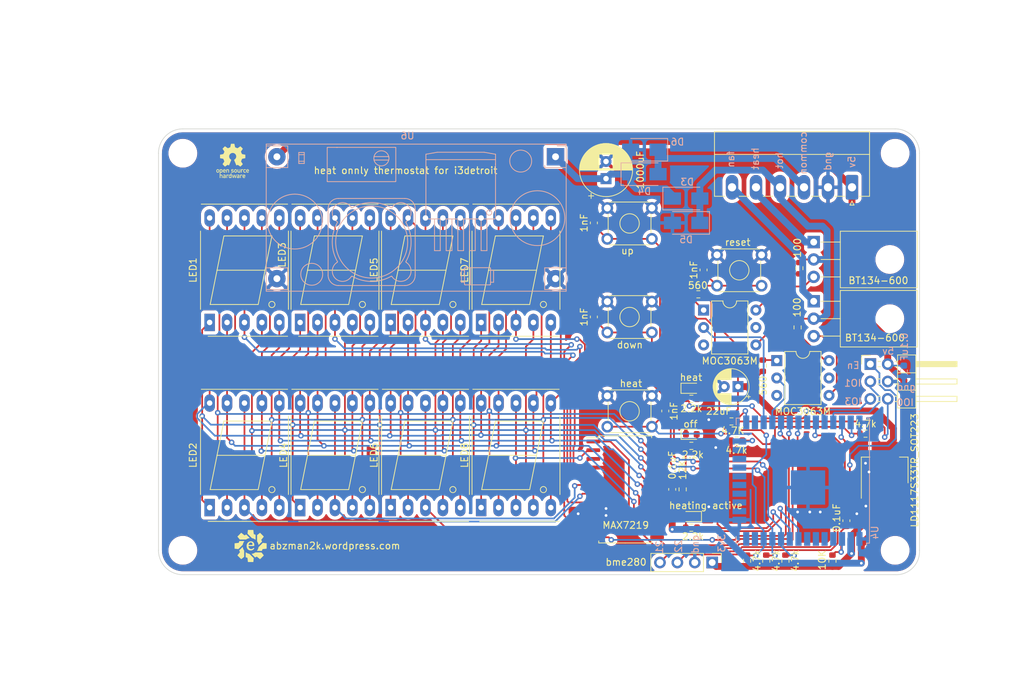
<source format=kicad_pcb>
(kicad_pcb (version 20211014) (generator pcbnew)
  (layers (0 "F.Cu" signal) (31 "B.Cu" signal) (34 "B.Paste" user) (35 "F.Paste" user) (36 "B.SilkS" user "B.Silkscreen") (37 "F.SilkS" user "F.Silkscreen") (38 "B.Mask" user) (39 "F.Mask" user) (44 "Edge.Cuts" user))
  (net 0 "")
  (net 1 "+5V")
  (net 2 "Net-(C1-Pad2)")
  (net 3 "GND")
  (net 4 "/ESP_EN")
  (net 5 "+24V")
  (net 6 "+3V3")
  (net 7 "/ESP_IO27")
  (net 8 "/ESP_IO26")
  (net 9 "/ESP_IO25")
  (net 10 "/ESP_IO23")
  (net 11 "/ESP_IO16")
  (net 12 "/ESP_IO17")
  (net 13 "/Hot")
  (net 14 "/common")
  (net 15 "Net-(D8-Pad2)")
  (net 16 "Net-(D9-Pad2)")
  (net 17 "Net-(D10-Pad2)")
  (net 18 "/Heat")
  (net 19 "/Fan")
  (net 20 "/ESP_IO22")
  (net 21 "/ESP_IO21")
  (net 22 "/ESP_IO14")
  (net 23 "/ESP_IO13")
  (net 24 "/ESP_IO15")
  (net 25 "/ESP_IO12")
  (net 26 "/ESP_IO1")
  (net 27 "/ESP_IO3")
  (net 28 "/ESP_IO0")
  (net 29 "/G")
  (net 30 "/F")
  (net 31 "/D8")
  (net 32 "/A")
  (net 33 "/B")
  (net 34 "/DP")
  (net 35 "/C")
  (net 36 "/D")
  (net 37 "/E")
  (net 38 "/D5")
  (net 39 "/D7")
  (net 40 "/D4")
  (net 41 "/D6")
  (net 42 "/D3")
  (net 43 "Net-(Q1-Pad3)")
  (net 44 "Net-(Q2-Pad3)")
  (net 45 "Net-(R4-Pad2)")
  (net 46 "Net-(R5-Pad2)")
  (net 47 "Net-(R6-Pad1)")
  (net 48 "Net-(R7-Pad1)")
  (net 49 "/ESP_IO2")
  (net 50 "/ESP_IO32")
  (net 51 "/ESP_IO33")
  (net 52 "/ESP_IO19")
  (net 53 "/D1")
  (net 54 "/D2")
  (net 55 "/ESP_IO5")
  (net 56 "/ESP_IO18")
  (net 62 "/ESP_IO36")
  (net 63 "/ESP_IO39")
  (net 64 "/ESP_IO34")
  (net 65 "/ESP_IO35")
  (net 72 "/ESP_IO4")
  (footprint "Connector_PinHeader_2.54mm:PinHeader_1x04_P2.54mm_Vertical" (layer "F.Cu") (at 130.8 111.252 -90)
    (fp_text reference "J2" hide)
    (fp_text value "bme280")
  )
  (footprint "Display_7Segment:7SegmentLED_LTS6760_LTS6780" (layer "F.Cu") (at 97.1 76.24 90)
    (fp_text reference "LED7")
    (fp_text value "LTS-6980HR")
  )
  (footprint "Resistor_SMD:R_0603_1608Metric" (layer "F.Cu") (at 135.89 110.998 90)
    (fp_text reference "R15" hide)
    (fp_text value "4.7k")
  )
  (footprint "Connector_Phoenix_MC:PhoenixContact_MC_1,5_6-G-3.5_1x06_P3.50mm_Horizontal" (layer "F.Cu") (at 151.189 56.5265 180)
    (fp_text reference "J1" hide)
    (fp_text value "Conn_01x06")
  )
  (footprint "Capacitor_SMD:C_0603_1608Metric" (layer "F.Cu") (at 113.538 75.438 -90)
    (fp_text reference "C9" hide)
    (fp_text value "1nF")
  )
  (footprint "MountingHole:MountingHole_3.2mm_M3" (layer "F.Cu") (at 53.594 51.562)
    (fp_text reference "REF**" hide)
    (fp_text value "MountingHole_3.2mm_M3")
  )
  (footprint "Capacitor_SMD:C_0603_1608Metric" (layer "F.Cu") (at 129.54 68.58 -90)
    (fp_text reference "C8" hide)
    (fp_text value "1nF")
  )
  (footprint "Resistor_SMD:R_0603_1608Metric" (layer "F.Cu") (at 153.162 92.456 180)
    (fp_text reference "R18" hide)
    (fp_text value "4.7k")
  )
  (footprint "Button_Switch_THT:SW_TH_Tactile_Omron_B3F-10xx" (layer "F.Cu") (at 115.5 59.55)
    (fp_text reference "SW4" hide)
    (fp_text value "SW_MEC_5E")
  )
  (footprint "Package_DIP:DIP-6_W7.62mm" (layer "F.Cu") (at 129.55 74.437)
    (fp_text reference "U2" hide)
    (fp_text value "MOC3063M")
  )
  (footprint "Package_TO_SOT_THT:TO-126-3_Horizontal_TabDown" (layer "F.Cu") (at 145.604 73.152 -90)
    (fp_text reference "Q2" hide)
    (fp_text value "BT134-600")
  )
  (footprint "Package_TO_SOT_THT:TO-126-3_Horizontal_TabDown" (layer "F.Cu") (at 145.604 64.516 -90)
    (fp_text reference "Q1" hide)
    (fp_text value "BT134-600")
  )
  (footprint "Display_7Segment:7SegmentLED_LTS6760_LTS6780" (layer "F.Cu") (at 83.9 103.24 90)
    (fp_text reference "LED6")
    (fp_text value "LTS-6980HR")
  )
  (footprint "Resistor_SMD:R_0603_1608Metric" (layer "F.Cu") (at 127.762 87.376)
    (fp_text reference "R20" hide)
    (fp_text value "2.2k")
  )
  (footprint "Evan's misc parts:Evan Logo" (layer "F.Cu") (at 63.4746 108.839)
    (fp_text reference "G***" hide)
    (fp_text value "LOGO" hide)
  )
  (footprint "Resistor_SMD:R_0603_1608Metric" (layer "F.Cu") (at 126.492 100.584 -90)
    (fp_text reference "R1" hide)
    (fp_text value "12K")
  )
  (footprint "Resistor_SMD:R_0603_1608Metric" (layer "F.Cu") (at 138.176 82.55 90)
    (fp_text reference "R5" hide)
    (fp_text value "560")
  )
  (footprint "Resistor_SMD:R_0603_1608Metric" (layer "F.Cu") (at 138.684 110.998 90)
    (fp_text reference "R16" hide)
    (fp_text value "4.7k")
  )
  (footprint "Resistor_SMD:R_0603_1608Metric" (layer "F.Cu") (at 141.478 110.998 90)
    (fp_text reference "R17" hide)
    (fp_text value "4.7k")
  )
  (footprint "Package_DIP:DIP-6_W7.62mm" (layer "F.Cu") (at 140.218 81.803)
    (fp_text reference "U3" hide)
    (fp_text value "MOC3063M")
  )
  (footprint "Resistor_SMD:R_0603_1608Metric" (layer "F.Cu") (at 128.778 72.136 180)
    (fp_text reference "R4" hide)
    (fp_text value "560")
  )
  (footprint "Resistor_SMD:R_0603_1608Metric" (layer "F.Cu") (at 148.336 110.998 90)
    (fp_text reference "R9" hide)
    (fp_text value "10K")
  )
  (footprint "Display_7Segment:7SegmentLED_LTS6760_LTS6780" (layer "F.Cu") (at 97.1 103.24 90)
    (fp_text reference "LED8")
    (fp_text value "LTS-6980HR")
  )
  (footprint "Resistor_SMD:R_0603_1608Metric" (layer "F.Cu") (at 133.604 90.678)
    (fp_text reference "R14" hide)
    (fp_text value "4.7K")
  )
  (footprint "Capacitor_SMD:C_0603_1608Metric" (layer "F.Cu") (at 150.368 105.156 90)
    (fp_text reference "C3" hide)
    (fp_text value "0.1uF")
  )
  (footprint "LED_SMD:LED_0603_1608Metric" (layer "F.Cu") (at 127.75 104.55 180)
    (fp_text reference "D8" hide)
    (fp_text value "LED")
  )
  (footprint "Capacitor_SMD:C_0603_1608Metric" (layer "F.Cu") (at 124.968 100.584 -90)
    (fp_text reference "C1" hide)
    (fp_text value "0.1uF")
  )
  (footprint "Display_7Segment:7SegmentLED_LTS6760_LTS6780" (layer "F.Cu") (at 57.5 76.24 90)
    (fp_text reference "LED1")
    (fp_text value "LTS-6980HR")
  )
  (footprint "Display_7Segment:7SegmentLED_LTS6760_LTS6780" (layer "F.Cu") (at 70.7 76.24 90)
    (fp_text reference "LED3")
    (fp_text value "LTS-6980HR")
  )
  (footprint "Button_Switch_THT:SW_TH_Tactile_Omron_B3F-10xx" (layer "F.Cu") (at 131.5 66.38)
    (fp_text reference "SW2" hide)
    (fp_text value "SW_MEC_5E")
  )
  (footprint "Display_7Segment:7SegmentLED_LTS6760_LTS6780" (layer "F.Cu") (at 83.9 76.24 90)
    (fp_text reference "LED5")
    (fp_text value "LTS-6980HR")
  )
  (footprint "MountingHole:MountingHole_3.2mm_M3" (layer "F.Cu") (at 157.48 109.474)
    (fp_text reference "REF**" hide)
    (fp_text value "MountingHole_3.2mm_M3")
  )
  (footprint "Package_TO_SOT_SMD:SOT-223-3_TabPin2" (layer "F.Cu") (at 155.956 97.79 90)
    (fp_text reference "U5" hide)
    (fp_text value "LD1117S33TR_SOT223")
  )
  (footprint "Resistor_SMD:R_0603_1608Metric" (layer "F.Cu") (at 127.762 106.172 180)
    (fp_text reference "R19" hide)
    (fp_text value "2.2k")
  )
  (footprint "Capacitor_SMD:C_0603_1608Metric" (layer "F.Cu") (at 123.952 89.154 -90)
    (fp_text reference "C11" hide)
    (fp_text value "1nF")
  )
  (footprint "Evan's misc parts:OSHW gear" (layer "F.Cu") (at 60.8584 52.6796)
    (fp_text reference "G***" hide)
    (fp_text value "LOGO" hide)
  )
  (footprint "Display_7Segment:7SegmentLED_LTS6760_LTS6780" (layer "F.Cu") (at 57.5 103.24 90)
    (fp_text reference "LED2")
    (fp_text value "LTS-6980HR")
  )
  (footprint "LED_SMD:LED_0603_1608Metric" (layer "F.Cu") (at 127.75 92.55)
    (fp_text reference "D10" hide)
    (fp_text value "LED")
  )
  (footprint "Resistor_SMD:R_0603_1608Metric" (layer "F.Cu") (at 127.762 94.234)
    (fp_text reference "R21" hide)
    (fp_text value "2.2k")
  )
  (footprint "Display_7Segment:7SegmentLED_LTS6760_LTS6780" (layer "F.Cu") (at 70.7 103.24 90)
    (fp_text reference "LED4")
    (fp_text value "LTS-6980HR")
  )
  (footprint "MountingHole:MountingHole_3.2mm_M3" (layer "F.Cu") (at 157.48 51.562)
    (fp_text reference "REF**" hide)
    (fp_text value "MountingHole_3.2mm_M3")
  )
  (footprint "Package_SO:SOP-24_7.5x15.4mm_P1.27mm" (layer "F.Cu") (at 118.11 100.584)
    (fp_text reference "U1" hide)
    (fp_text value "MAX7219")
  )
  (footprint "Button_Switch_THT:SW_TH_Tactile_Omron_B3F-10xx" (layer "F.Cu") (at 115.5 73.2)
    (fp_text reference "SW3" hide)
    (fp_text value "SW_MEC_5E")
  )
  (footprint "MountingHole:MountingHole_3.2mm_M3" (layer "F.Cu") (at 53.594 109.474)
    (fp_text reference "REF**" hide)
    (fp_text value "MountingHole_3.2mm_M3")
  )
  (footprint "Capacitor_THT:CP_Radial_D7.5mm_P2.50mm" (layer "F.Cu") (at 115.316 55.263395 90)
    (fp_text reference "C5" hide)
    (fp_text value "1000uF")
  )
  (footprint "Resistor_SMD:R_0603_1608Metric" (layer "F.Cu") (at 143.51 68.326 90)
    (fp_text reference "R6" hide)
    (fp_text value "100")
  )
  (footprint "Capacitor_SMD:C_0603_1608Metric" (layer "F.Cu") (at 113.538 61.722 -90)
    (fp_text reference "C10" hide)
    (fp_text value "1nF")
  )
  (footprint "Resistor_SMD:R_0603_1608Metric" (layer "F.Cu") (at 134.366 93.472 180)
    (fp_text reference "R8" hide)
    (fp_text value "4.7k")
  )
  (footprint "Button_Switch_THT:SW_TH_Tactile_Omron_B3F-10xx" (layer "F.Cu") (at 115.5 86.945)
    (fp_text reference "SW5" hide)
    (fp_text value "SW_MEC_5E")
  )
  (footprint "Connector_PinHeader_2.54mm:PinHeader_2x03_P2.54mm_Horizontal" (layer "F.Cu") (at 153.862 82.311)
    (fp_text reference "J4" hide)
    (fp_text value "Conn_02x03_Odd_Even")
  )
  (footprint "Capacitor_THT:CP_Radial_D5.0mm_P2.00mm" (layer "F.Cu") (at 134.559113 85.598 180)
    (fp_text reference "C6" hide)
    (fp_text value "22uF")
  )
  (footprint "Resistor_SMD:R_0603_1608Metric" (layer "F.Cu") (at 143.256 76.962 90)
    (fp_text reference "R7" hide)
    (fp_text value "100")
  )
  (footprint "LED_SMD:LED_0603_1608Metric" (layer "F.Cu") (at 127.7325 85.84)
    (fp_text reference "D9" hide)
    (fp_text value "LED")
  )
  (footprint "Diode_SMD:D_SMA" (layer "B.Cu") (at 127 58.166)
    (fp_text reference "D3")
    (fp_text value "1N4004")
  )
  (footprint "Diode_SMD:D_SMA" (layer "B.Cu") (at 120.904 51.054 180)
    (fp_text reference "D6")
    (fp_text value "1N4004")
  )
  (footprint "Diode_SMD:D_SMA" (layer "B.Cu") (at 127 61.722 180)
    (fp_text reference "D5")
    (fp_text value "1N4004")
  )
  (footprint "RF_Module:ESP32-WROOM-32U" (layer "B.Cu") (at 144.018 99.314 90)
    (fp_text reference "U4")
    (fp_text value "ESP32-WROOM-32U")
  )
  (footprint "Diode_SMD:D_SMA" (layer "B.Cu") (at 120.904 54.61)
    (fp_text reference "D4")
    (fp_text value "1N4004")
  )
  (footprint "Evan's misc parts:YAAJ_DCDC_StepDown_LM2596" (layer "B.Cu") (at 107.95 52.07 180)
    (fp_text reference "U6")
    (fp_text value "YAAJ_DCDC_StepDown_LM2596")
  )
  (footprint "Capacitor_SMD:C_0603_1608Metric" (layer "B.Cu") (at 158.75 83.312 -90)
    (fp_text reference "C7" hide)
    (fp_text value "0.1uF")
  )
  (gr_arc (start 50.038 51.562) (mid 51.079528 49.047528) (end 53.594 48.006) (layer "Edge.Cuts") (width 0.1))
  (gr_line (start 161.036 109.474) (end 161.036 51.562) (layer "Edge.Cuts") (width 0.1))
  (gr_arc (start 157.48 48.006) (mid 159.994472 49.047528) (end 161.036 51.562) (layer "Edge.Cuts") (width 0.1))
  (gr_arc (start 161.036 109.474) (mid 160.045901 112.039901) (end 157.48 113.03) (layer "Edge.Cuts") (width 0.1))
  (gr_line (start 157.48 48.006) (end 53.594 48.006) (layer "Edge.Cuts") (width 0.1))
  (gr_line (start 53.594 113.03) (end 157.48 113.03) (layer "Edge.Cuts") (width 0.1))
  (gr_line (start 50.038 51.562) (end 50.038 109.474) (layer "Edge.Cuts") (width 0.1))
  (gr_arc (start 53.594 113.03) (mid 51.079528 111.988472) (end 50.038 109.474) (layer "Edge.Cuts") (width 0.1))
  (gr_text "gnd" (at 159.1056 85.6488) (layer "B.SilkS") (effects (font (size 1 1)) (justify mirror)))
  (gr_text "22" (at 125.8824 108.8644 90) (layer "B.SilkS") (effects (font (size 1 1)) (justify mirror)))
  (gr_text "IO3" (at 151.3586 87.7824) (layer "B.SilkS") (effects (font (size 1 1)) (justify mirror)))
  (gr_text "gnd" (at 147.6502 52.7304 90) (layer "B.SilkS") (effects (font (size 1 1)) (justify mirror)))
  (gr_text "3v3" (at 132.1816 108.4326 90) (layer "B.SilkS") (effects (font (size 1 1)) (justify mirror)))
  (gr_text "IO1" (at 151.2824 85.09) (layer "B.SilkS") (effects (font (size 1 1)) (justify mirror)))
  (gr_text "5v" (at 156.464 80.4164) (layer "B.SilkS") (effects (font (size 1 1)) (justify mirror)))
  (gr_text "hot" (at 140.6144 52.6034 90) (layer "B.SilkS") (effects (font (size 1 1)) (justify mirror)))
  (gr_text "En" (at 151.3586 82.4992) (layer "B.SilkS") (effects (font (size 1 1)) (justify mirror)))
  (gr_text "fan" (at 133.5024 52.451 90) (layer "B.SilkS") (effects (font (size 1 1)) (justify mirror)))
  (gr_text "heat" (at 137.0838 52.3494 90) (layer "B.SilkS") (effects (font (size 1 1)) (justify mirror)))
  (gr_text "21" (at 123.1138 109.0168 90) (layer "B.SilkS") (effects (font (size 1 1)) (justify mirror)))
  (gr_text "common" (at 144.0688 51.5366 90) (layer "B.SilkS") (effects (font (size 1 1)) (justify mirror)))
  (gr_text "gnd" (at 128.3208 108.585 90) (layer "B.SilkS") (effects (font (size 1 1)) (justify mirror)))
  (gr_text "5v" (at 151.1554 52.832 90) (layer "B.SilkS") (effects (font (size 1 1)) (justify mirror)))
  (gr_text "IO0" (at 158.9532 87.9094) (layer "B.SilkS") (effects (font (size 1 1)) (justify mirror)))
  (gr_text "reset" (at 134.5184 64.5414) (layer "F.SilkS") (effects (font (size 1 1))))
  (gr_text "heating active" (at 129.8702 102.9462) (layer "F.SilkS") (effects (font (size 1 1))))
  (gr_text "off" (at 127.635 91.059) (layer "F.SilkS") (effects (font (size 1 1))))
  (gr_text "heat onnly thermostat for i3detroit" (at 86.0806 54.0766) (layer "F.SilkS") (effects (font (size 1 1))))
  (gr_text "down" (at 118.7958 79.502) (layer "F.SilkS") (effects (font (size 1 1))))
  (gr_text "up" (at 118.4402 65.786) (layer "F.SilkS") (effects (font (size 1 1))))
  (gr_text "heat" (at 127.7112 84.2518) (layer "F.SilkS") (effects (font (size 1 1))))
  (gr_text "heat" (at 118.9482 85.1408) (layer "F.SilkS") (effects (font (size 1 1))))
  (gr_text "abzman2k.wordpress.com" (at 75.7682 108.8136) (layer "F.SilkS") (effects (font (size 1 1))))
  (segment (start 122.9 99.809) (end 122.76 99.949) (width 1) (layer "F.Cu") (net 1))
  (segment (start 156.402 82.311) (end 158.75 84.659) (width 1) (layer "F.Cu") (net 1))
  (segment (start 151.189 56.5265) (end 144.508989 49.846489) (width 1) (layer "F.Cu") (net 1))
  (segment (start 144.508989 49.846489) (end 134.682489 49.846489) (width 1) (layer "F.Cu") (net 1))
  (segment (start 127.762 102.14704) (end 127.762 100.584) (width 1) (layer "F.Cu") (net 1))
  (segment (start 151.189 73.499726) (end 151.189 56.5265) (width 1) (layer "F.Cu") (net 1))
  (segment (start 127.762 100.584) (end 126.937 99.759) (width 1) (layer "F.Cu") (net 1))
  (segment (start 125.018 99.759) (end 124.968 99.809) (width 1) (layer "F.Cu") (net 1))
  (segment (start 69.533511 49.846489) (end 67.31 52.07) (width 1) (layer "F.Cu") (net 1))
  (segment (start 156.402 78.712726) (end 151.189 73.499726) (width 1) (layer "F.Cu") (net 1))
  (segment (start 152.5524 108.6104) (end 152.5524 111.3536) (width 1) (layer "F.Cu") (net 1))
  (segment (start 124.968 99.809) (end 122.9 99.809) (width 1) (layer "F.Cu") (net 1))
  (segment (start 134.682489 49.846489) (end 69.533511 49.846489) (width 1) (layer "F.Cu") (net 1))
  (segment (start 158.75 84.659) (end 158.75 102.4128) (width 1) (layer "F.Cu") (net 1))
  (segment (start 127.40052 102.50852) (end 127.762 102.14704) (width 1) (layer "F.Cu") (net 1))
  (segment (start 158.75 102.4128) (end 152.5524 108.6104) (width 1) (layer "F.Cu") (net 1))
  (segment (start 125.07548 102.50852) (end 127.40052 102.50852) (width 1) (layer "F.Cu") (net 1))
  (segment (start 124.968 102.616) (end 125.07548 102.50852) (width 1) (layer "F.Cu") (net 1))
  (segment (start 126.492 99.759) (end 125.018 99.759) (width 1) (layer "F.Cu") (net 1))
  (segment (start 156.402 82.311) (end 156.402 78.712726) (width 1) (layer "F.Cu") (net 1))
  (segment (start 126.937 99.759) (end 126.492 99.759) (width 1) (layer "F.Cu") (net 1))
  (segment (start 124.968 106.426) (end 124.968 102.616) (width 1) (layer "F.Cu") (net 1))
  (via (at 124.968 106.426) (size 0.8) (drill 0.4) (layers "F.Cu" "B.Cu") (net 1))
  (via (at 152.5524 111.3536) (size 0.8) (drill 0.4) (layers "F.Cu" "B.Cu") (net 1))
  (segment (start 131.525978 106.426) (end 124.968 106.426) (width 1) (layer "B.Cu") (net 1))
  (segment (start 152.5524 111.3536) (end 136.453578 111.3536) (width 1) (layer "B.Cu") (net 1))
  (segment (start 158.75 82.537) (end 156.628 82.537) (width 0.25) (layer "B.Cu") (net 1))
  (segment (start 136.453578 111.3536) (end 131.525978 106.426) (width 1) (layer "B.Cu") (net 1))
  (segment (start 156.628 82.537) (end 156.402 82.311) (width 0.25) (layer "B.Cu") (net 1))
  (segment (start 126.442 101.359) (end 126.492 101.409) (width 0.25) (layer "F.Cu") (net 2))
  (segment (start 124.828 101.219) (end 124.968 101.359) (width 0.25) (layer "F.Cu") (net 2))
  (segment (start 124.968 101.359) (end 126.442 101.359) (width 0.25) (layer "F.Cu") (net 2))
  (segment (start 122.76 101.219) (end 124.828 101.219) (width 0.25) (layer "F.Cu") (net 2))
  (via (at 145.034 103.886) (size 0.8) (drill 0.4) (layers "F.Cu" "B.Cu") (net 3))
  (via (at 143.256 103.886) (size 0.8) (drill 0.4) (layers "F.Cu" "B.Cu") (net 3))
  (via (at 115.316 103.378) (size 0.8) (drill 0.4) (layers "F.Cu" "B.Cu") (net 3))
  (via (at 111.252 104.14) (size 0.8) (drill 0.4) (layers "F.Cu" "B.Cu") (net 3))
  (via (at 115.316 104.394) (size 0.8) (drill 0.4) (layers "F.Cu" "B.Cu") (net 3))
  (via (at 146.558 103.886) (size 0.8) (drill 0.4) (layers "F.Cu" "B.Cu") (net 3))
  (via (at 131.318 94.488) (size 0.8) (drill 0.4) (layers "F.Cu" "B.Cu") (net 3))
  (via (at 153.162 96.774) (size 0.8) (drill 0.4) (layers "F.Cu" "B.Cu") (net 3))
  (via (at 153.2128 103.0224) (size 0.8) (drill 0.4) (layers "F.Cu" "B.Cu") (net 3))
  (via (at 151.892 104.14) (size 0.8) (drill 0.4) (layers "F.Cu" "B.Cu") (net 3))
  (via (at 130.302 90.424) (size 0.8) (drill 0.4) (layers "F.Cu" "B.Cu") (net 3))
  (via (at 130.302 103.124) (size 0.8) (drill 0.4) (layers "F.Cu" "B.Cu") (net 3))
  (via (at 153.67 98.044) (size 0.8) (drill 0.4) (layers "F.Cu" "B.Cu") (net 3))
  (segment (start 148.781 109.728) (end 148.336 110.173) (width 0.25) (layer "F.Cu") (net 4))
  (segment (start 149.56848 105.13148) (end 149.56848 103.289238) (width 0.25) (layer "F.Cu") (net 4))
  (segment (start 150.876 101.981718) (end 150.558859 102.298859) (width 0.25) (layer "F.Cu") (net 4))
  (segment (start 149.606 109.728) (end 148.781 109.728) (width 0.25) (layer "F.Cu") (net 4))
  (segment (start 149.56848 103.289238) (end 150.558859 102.298859) (width 0.25) (layer "F.Cu") (net 4))
  (segment (start 150.876 97.028) (end 150.876 101.981718) (width 0.25) (layer "F.Cu") (net 4))
  (segment (start 149.606 109.728) (end 149.606 106.693) (width 0.25) (layer "F.Cu") (net 4))
  (segment (start 149.606 106.693) (end 150.368 105.931) (width 0.25) (layer "F.Cu") (net 4))
  (segment (start 150.368 105.931) (end 149.56848 105.13148) (width 0.25) (layer "F.Cu") (net 4))
  (via (at 150.876 97.028) (size 0.8) (drill 0.4) (layers "F.Cu" "B.Cu") (net 4))
  (via (at 149.606 109.728) (size 0.8) (drill 0.4) (layers "F.Cu" "B.Cu") (net 4))
  (segment (start 155.194 83.643) (end 155.194 85.30401) (width 0.25) (layer "B.Cu") (net 4))
  (segment (start 149.733 107.814) (end 149.733 109.601) (width 0.25) (layer "B.Cu") (net 4))
  (segment (start 152.146 94.234) (end 150.876 95.504) (width 0.25) (layer "B.Cu") (net 4))
  (segment (start 153.862 82.311) (end 155.194 83.643) (width 0.25) (layer "B.Cu") (net 4))
  (segment (start 157.5816 93.1672) (end 156.5148 94.234) (width 0.25) (layer "B.Cu") (net 4))
  (segment (start 155.99599 86.106) (end 156.77801 86.106) (width 0.25) (layer "B.Cu") (net 4))
  (segment (start 156.77801 86.106) (end 157.5816 86.90959) (width 0.25) (layer "B.Cu") (net 4))
  (segment (start 156.5148 94.234) (end 152.146 94.234) (width 0.25) (layer "B.Cu") (net 4))
  (segment (start 155.194 85.30401) (end 155.99599 86.106) (width 0.25) (layer "B.Cu") (net 4))
  (segment (start 150.876 95.504) (end 150.876 97.028) (width 0.25) (layer "B.Cu") (net 4))
  (segment (start 157.5816 86.90959) (end 157.5816 93.1672) (width 0.25) (layer "B.Cu") (net 4))
  (segment (start 149.733 109.601) (end 149.606 109.728) (width 0.25) (layer "B.Cu") (net 4))
  (segment (start 111.143395 55.263395) (end 107.95 52.07) (width 1) (layer "B.Cu") (net 5))
  (segment (start 118.904 54.61) (end 115.969395 54.61) (width 1) (layer "B.Cu") (net 5))
  (segment (start 115.969395 54.61) (end 115.316 55.263395) (width 1) (layer "B.Cu") (net 5))
  (segment (start 115.316 55.263395) (end 111.143395 55.263395) (width 1) (layer "B.Cu") (net 5))
  (segment (start 124.045 56.735) (end 125 57.69) (width 1) (layer "B.Cu") (net 5))
  (segment (start 118.904 54.61) (end 118.904 55.912) (width 1) (layer "B.Cu") (net 5))
  (segment (start 125 57.69) (end 125 58.166) (width 1) (layer "B.Cu") (net 5))
  (segment (start 119.727 56.735) (end 124.045 56.735) (width 1) (layer "B.Cu") (net 5))
  (segment (start 118.904 55.912) (end 119.727 56.735) (width 1) (layer "B.Cu") (net 5))
  (segment (start 129.603 72.136) (end 130.674511 73.207511) (width 0.25) (layer "F.Cu") (net 6))
  (segment (start 134.559113 85.598) (end 135.953 85.598) (width 0.25) (layer "F.Cu") (net 6))
  (segment (start 155.956 100.94) (end 155.956 102.5144) (width 1) (layer "F.Cu") (net 6))
  (segment (start 148.336 111.823) (end 135.89 111.823) (width 1) (layer "F.Cu") (net 6))
  (segment (start 135.89 111.823) (end 131.371 111.823) (width 1) (layer "F.Cu") (net 6))
  (segment (start 155.590659 90.058659) (end 157.226 91.694) (width 1) (layer "F.Cu") (net 6))
  (segment (start 135.953 85.598) (end 138.176 83.375) (width 0.25) (layer "F.Cu") (net 6))
  (segment (start 155.590659 90.027341) (end 155.590659 90.058659) (width 1) (layer "F.Cu") (net 6))
  (segment (start 157.226 91.694) (end 157.226 93.37) (width 1) (layer "F.Cu") (net 6))
  (segment (start 155.590659 90.027341) (end 154.717319 89.154) (width 1) (layer "F.Cu") (net 6))
  (segment (start 155.956 94.64) (end 155.956 100.94) (width 1) (layer "F.Cu") (net 6))
  (segment (start 153.987 92.456) (end 155.956 94.425) (width 0.25) (layer "F.Cu") (net 6))
  (segment (start 130.674511 75.810511) (end 134.559113 79.695113) (width 0.25) (layer "F.Cu") (net 6))
  (segment (start 154.717319 89.154) (end 146.080944 89.154) (width 1) (layer "F.Cu") (net 6))
  (segment (start 134.559113 88.897887) (end 132.779 90.678) (width 0.25) (layer "F.Cu") (net 6))
  (segment (start 134.559113 85.598) (end 134.559113 88.897887) (width 0.25) (layer "F.Cu") (net 6))
  (segment (start 144.981433 88.054489) (end 143.847511 88.054489) (width 1) (layer "F.Cu") (net 6))
  (segment (start 151.13 107.3404) (end 151.13 109.941) (width 1) (layer "F.Cu") (net 6))
  (segment (start 146.080944 89.154) (end 144.981433 88.054489) (width 1) (layer "F.Cu") (net 6))
  (segment (start 155.956 102.5144) (end 151.13 107.3404) (width 1) (layer "F.Cu") (net 6))
  (segment (start 131.371 111.823) (end 130.8 111.252) (width 1) (layer "F.Cu") (net 6))
  (segment (start 149.248 111.823) (end 148.336 111.823) (width 1) (layer "F.Cu") (net 6))
  (segment (start 157.226 93.37) (end 155.956 94.64) (width 1) (layer "F.Cu") (net 6))
  (segment (start 135.920944 85.598) (end 134.559113 85.598) (width 1) (layer "F.Cu") (net 6))
  (segment (start 155.956 94.425) (end 155.956 94.64) (width 0.25) (layer "F.Cu") (net 6))
  (segment (start 142.49804 89.40396) (end 139.726904 89.40396) (width 1) (layer "F.Cu") (net 6))
  (segment (start 134.559113 79.695113) (end 134.559113 85.598) (width 0.25) (layer "F.Cu") (net 6))
  (segment (start 151.13 109.941) (end 149.248 111.823) (width 1) (layer "F.Cu") (net 6))
  (segment (start 139.726904 89.40396) (end 135.920944 85.598) (width 1) (layer "F.Cu") (net 6))
  (segment (start 130.674511 73.207511) (end 130.674511 75.810511) (width 0.25) (layer "F.Cu") (net 6))
  (segment (start 143.847511 88.054489) (end 142.49804 89.40396) (width 1) (layer "F.Cu") (net 6))
  (via (at 151.13 109.941) (size 0.8) (drill 0.4) (layers "F.Cu" "B.Cu") (net 6))
  (segment (start 151.003 107.814) (end 151.003 109.814) (width 1) (layer "B.Cu") (net 6))
  (segment (start 151.13 109.941) (end 151.003 109.814) (width 1) (layer "B.Cu") (net 6))
  (segment (start 131.5 70.88) (end 127.748 70.88) (width 0.25) (layer "F.Cu") (net 7))
  (segment (start 131.5 70.88) (end 138 70.88) (width 0.25) (layer "F.Cu") (net 7))
  (segment (start 135.953 110.236) (end 135.89 110.173) (width 0.25) (layer "F.Cu") (net 7))
  (segment (start 137.922 91.948) (end 138.684 92.71) (width 0.25) (layer "F.Cu") (net 7))
  (segment (start 127.748 70.88) (end 127.22848 71.39952) (width 0.25) (layer "F.Cu") (net 7))
  (segment (start 129.975 69.355) (end 131.5 70.88) (width 0.25) (layer "F.Cu") (net 7))
  (segment (start 131.826001 90.941784) (end 132.832217 91.948) (width 0.25) (layer "F.Cu") (net 7))
  (segment (start 137.16 110.236) (end 135.953 110.236) (width 0.25) (layer "F.Cu") (net 7))
  (segment (start 128.555978 75.692) (end 129.8553 75.692) (width 0.25) (layer "F.Cu") (net 7))
  (segment (start 131.191 86.487) (end 131.826 87.122) (width 0.25) (layer "F.Cu") (net 7))
  (segment (start 127.22848 74.364502) (end 128.555978 75.692) (width 0.25) (layer "F.Cu") (net 7))
  (segment (start 131.826 87.122) (end 131.826001 90.941784) (width 0.25) (layer "F.Cu") (net 7))
  (segment (start 131.191 77.0277) (end 131.191 86.487) (width 0.25) (layer "F.Cu") (net 7))
  (segment (start 129.8553 75.692) (end 131.191 77.0277) (width 0.25) (layer "F.Cu") (net 7))
  (segment (start 129.54 69.355) (end 129.975 69.355) (width 0.25) (layer "F.Cu") (net 7))
  (segment (start 132.832217 91.948) (end 137.922 91.948) (width 0.25) (layer "F.Cu") (net 7))
  (segment (start 127.22848 71.39952) (end 127.22848 74.364502) (width 0.25) (layer "F.Cu") (net 7))
  (via (at 137.16 110.236) (size 0.8) (drill 0.4) (layers "F.Cu" "B.Cu") (net 7))
  (via (at 138.684 92.71) (size 0.8) (drill 0.4) (layers "F.Cu" "B.Cu") (net 7))
  (segment (start 138.303 107.814) (end 138.303 106.553) (width 0.25) (layer "B.Cu") (net 7))
  (segment (start 138.303 109.093) (end 137.16 110.236) (width 0.25) (layer "B.Cu") (net 7))
  (segment (start 138.684 95.495386) (end 138.684 92.71) (width 0.25) (layer "B.Cu") (net 7))
  (segment (start 136.689489 97.489897) (end 138.684 95.495386) (width 0.25) (layer "B.Cu") (net 7))
  (segment (start 136.689489 99.859489) (end 136.689489 97.489897) (width 0.25) (layer "B.Cu") (net 7))
  (segment (start 137.16 105.41) (end 137.16 100.33) (width 0.25) (layer "B.Cu") (net 7))
  (segment (start 138.303 107.814) (end 138.303 109.093) (width 0.25) (layer "B.Cu") (net 7))
  (segment (start 138.303 106.553) (end 137.16 105.41) (width 0.25) (layer "B.Cu") (net 7))
  (segment (start 137.16 100.33) (end 136.689489 99.859489) (width 0.25) (layer "B.Cu") (net 7))
  (segment (start 138.747 110.236) (end 138.684 110.173) (width 0.25) (layer "F.Cu") (net 8))
  (segment (start 122 77.7) (end 122 85.174862) (width 0.25) (layer "F.Cu") (net 8))
  (segment (start 137.16 97.536) (end 137.414 97.79) (width 0.25) (layer "F.Cu") (net 8))
  (segment (start 124.75152 87.926382) (end 124.75152 96.81152) (width 0.25) (layer "F.Cu") (net 8))
  (segment (start 122 85.174862) (end 124.75152 87.926382) (width 0.25) (layer "F.Cu") (net 8))
  (segment (start 113.538 76.213) (end 114.013 76.213) (width 0.25) (layer "F.Cu") (net 8))
  (segment (start 124.75152 96.81152) (end 125.222 97.282) (width 0.25) (layer "F.Cu") (net 8))
  (segment (start 128.016 97.536) (end 137.16 97.536) (width 0.25) (layer "F.Cu") (net 8))
  (segment (start 115.5 77.7) (end 122 77.7) (width 0.25) (layer "F.Cu") (net 8))
  (segment (start 114.013 76.213) (end 115.5 77.7) (width 0.25) (layer "F.Cu") (net 8))
  (segment (start 139.954 110.236) (end 138.747 110.236) (width 0.25) (layer "F.Cu") (net 8))
  (via (at 139.954 110.236) (size 0.8) (drill 0.4) (layers "F.Cu" "B.Cu") (net 8))
  (via (at 128.016 97.536) (size 0.8) (drill 0.4) (layers "F.Cu" "B.Cu") (net 8))
  (via (at 137.414 97.79) (size 0.8) (drill 0.4) (layers "F.Cu" "B.Cu") (net 8))
  (via (at 125.222 97.282) (size 0.8) (drill 0.4) (layers "F.Cu" "B.Cu") (net 8))
  (segment (start 127.762 97.282) (end 128.016 97.536) (width 0.25) (layer "B.Cu") (net 8))
  (segment (start 138.43 98.806) (end 137.414 97.79) (width 0.25) (layer "B.Cu") (net 8))
  (segment (start 139.573 107.814) (end 139.573 106.299) (width 0.25) (layer "B.Cu") (net 8))
  (segment (start 139.573 106.299) (end 138.43 105.156) (width 0.25) (layer "B.Cu") (net 8))
  (segment (start 125.222 97.282) (end 127.762 97.282) (width 0.25) (layer "B.Cu") (net 8))
  (segment (start 139.573 109.855) (end 139.954 110.236) (width 0.25) (layer "B.Cu") (net 8))
  (segment (start 139.573 107.814) (end 139.573 109.855) (width 0.25) (layer "B.Cu") (net 8))
  (segment (start 138.43 105.156) (end 138.43 98.806) (width 0.25) (layer "B.Cu") (net 8))
  (segment (start 141.541 110.236) (end 141.478 110.173) (width 0.25) (layer "F.Cu") (net 9))
  (segment (start 113.947 62.497) (end 115.5 64.05) (width 0.25) (layer "F.Cu") (net 9))
  (segment (start 137.668 96.52) (end 138.176 97.028) (width 0.25) (layer "F.Cu") (net 9))
  (segment (start 125.222 86.868) (end 125.222 95.758) (width 0.25) (layer "F.Cu") (net 9))
  (segment (start 125.222 95.758) (end 125.73 96.266) (width 0.25) (layer "F.Cu") (net 9))
  (segment (start 123.19 65.24) (end 123.19 84.836) (width 0.25) (layer "F.Cu") (net 9))
  (segment (start 142.748 110.236) (end 141.541 110.236) (width 0.25) (layer "F.Cu") (net 9))
  (segment (start 123.19 84.836) (end 125.222 86.868) (width 0.25) (layer "F.Cu") (net 9))
  (segment (start 128.016 96.52) (end 137.668 96.52) (width 0.25) (layer "F.Cu") (net 9))
  (segment (start 122 64.05) (end 123.19 65.24) (width 0.25) (layer "F.Cu") (net 9))
  (segment (start 113.538 62.497) (end 113.947 62.497) (width 0.25) (layer "F.Cu") (net 9))
  (segment (start 115.5 64.05) (end 122 64.05) (width 0.25) (layer "F.Cu") (net 9))
  (via (at 128.016 96.52) (size 0.8) (drill 0.4) (layers "F.Cu" "B.Cu") (net 9))
  (via (at 138.176 97.028) (size 0.8) (drill 0.4) (layers "F.Cu" "B.Cu") (net 9))
  (via (at 125.73 96.266) (size 0.8) (drill 0.4) (layers "F.Cu" "B.Cu") (net 9))
  (via (at 142.748 110.236) (size 0.8) (drill 0.4) (layers "F.Cu" "B.Cu") (net 9))
  (segment (start 140.843 106.299) (end 138.975489 104.431489) (width 0.25) (layer "B.Cu") (net 9))
  (segment (start 125.73 96.266) (end 127.762 96.266) (width 0.25) (layer "B.Cu") (net 9))
  (segment (start 140.843 108.839) (end 142.24 110.236) (width 0.25) (layer "B.Cu") (net 9))
  (segment (start 140.843 107.814) (end 140.843 106.299) (width 0.25) (layer "B.Cu") (net 9))
  (segment (start 140.843 107.814) (end 140.843 108.839) (width 0.25) (layer "B.Cu") (net 9))
  (segment (start 138.975489 97.827489) (end 138.176 97.028) (width 0.25) (layer "B.Cu") (net 9))
  (segment (start 127.762 96.266) (end 128.016 96.52) (width 0.25) (layer "B.Cu") (net 9))
  (segment (start 138.975489 104.431489) (end 138.975489 97.827489) (width 0.25) (layer "B.Cu") (net 9))
  (segment (start 142.24 110.236) (end 142.748 110.236) (width 0.25) (layer "B.Cu") (net 9))
  (segment (start 139.192 93.98) (end 139.954 93.218) (width 0.25) (layer "F.Cu") (net 10))
  (segment (start 151.384 92.456) (end 151.13 92.71) (width 0.25) (layer "F.Cu") (net 10))
  (segment (start 139.954 93.218) (end 139.954 91.694) (width 0.25) (layer "F.Cu") (net 10))
  (segment (start 132.08 92.456) (end 136.660614 92.456) (width 0.25) (layer "F.Cu") (net 10))
  (segment (start 136.660614 92.456) (end 138.184614 93.98) (width 0.25) (layer "F.Cu") (net 10))
  (segment (start 123.516 89.929) (end 123.952 89.929) (width 0.25) (layer "F.Cu") (net 10))
  (segment (start 152.337 92.456) (end 151.384 92.456) (width 0.25) (layer "F.Cu") (net 10))
  (segment (start 138.184614 93.98) (end 139.192 93.98) (width 0.25) (layer "F.Cu") (net 10))
  (segment (start 122 91.445) (end 123.516 89.929) (width 0.25) (layer "F.Cu") (net 10))
  (segment (start 149.89752 91.47752) (end 151.13 92.71) (width 0.25) (layer "F.Cu") (net 10))
  (segment (start 140.17048 91.47752) (end 149.89752 91.47752) (width 0.25) (layer "F.Cu") (net 10))
  (segment (start 139.954 91.694) (end 140.17048 91.47752) (width 0.25) (layer "F.Cu") (net 10))
  (segment (start 115.5 91.445) (end 122 91.445) (width 0.25) (layer "F.Cu") (net 10))
  (via (at 151.13 92.71) (size 0.8) (drill 0.4) (layers "F.Cu" "B.Cu") (net 10))
  (via (at 132.08 92.456) (size 0.8) (drill 0.4) (layers "F.Cu" "B.Cu") (net 10))
  (segment (start 132.08 92.456) (end 123.011 92.456) (width 0.25) (layer "B.Cu") (net 10))
  (segment (start 123.011 92.456) (end 122 91.445) (width 0.25) (layer "B.Cu") (net 10))
  (segment (start 151.13 90.941) (end 151.003 90.814) (width 0.25) (layer "B.Cu") (net 10))
  (segment (start 151.13 92.71) (end 151.13 90.941) (width 0.25) (layer "B.Cu") (net 10))
  (segment (start 138.303 90.814) (end 138.303 78.867) (width 0.25) (layer "B.Cu") (net 11))
  (segment (start 137.828489 78.392489) (end 130.965489 78.392489) (width 0.25) (layer "B.Cu") (net 11))
  (segment (start 130.965489 78.392489) (end 129.55 76.977) (width 0.25) (layer "B.Cu") (net 11))
  (segment (start 138.303 78.867) (end 137.828489 78.392489) (width 0.25) (layer "B.Cu") (net 11))
  (segment (start 139.573 89.1183) (end 141.342511 87.348789) (width 0.25) (layer "B.Cu") (net 12))
  (segment (start 141.342511 85.467511) (end 140.218 84.343) (width 0.25) (layer "B.Cu") (net 12))
  (segment (start 141.342511 87.348789) (end 141.342511 85.467511) (width 0.25) (layer "B.Cu") (net 12))
  (segment (start 139.573 90.814) (end 139.573 89.1183) (width 0.25) (layer "B.Cu") (net 12))
  (segment (start 143.955 67.056) (end 143.51 67.501) (width 0.25) (layer "F.Cu") (net 13))
  (segment (start 143.701 75.692) (end 143.256 76.137) (width 0.25) (layer "F.Cu") (net 13))
  (segment (start 145.604 75.692) (end 143.701 75.692) (width 0.25) (layer "F.Cu") (net 13))
  (segment (start 145.604 67.056) (end 143.955 67.056) (width 0.25) (layer "F.Cu") (net 13))
  (segment (start 144.753 62.203) (end 146.8866 62.203) (width 1) (layer "B.Cu") (net 13))
  (segment (start 147.547 62.8634) (end 147.547 67.2608) (width 1) (layer "B.Cu") (net 13))
  (segment (start 146.8866 62.203) (end 147.547 62.8634) (width 1) (layer "B.Cu") (net 13))
  (segment (start 147.547 67.2608) (end 147.547 70.131) (width 1) (layer "B.Cu") (net 13))
  (segment (start 131.23902 54.02698) (end 138.18948 54.02698) (width 1) (layer "B.Cu") (net 13))
  (segment (start 129 58.166) (end 129 56.266) (width 1) (layer "B.Cu") (net 13))
  (segment (start 129 56.266) (end 131.23902 54.02698) (width 1) (layer "B.Cu") (net 13))
  (segment (start 147.547 75.021792) (end 146.876792 75.692) (width 1) (layer "B.Cu") (net 13))
  (segment (start 140.689 56.5265) (end 140.689 58.139) (width 1) (layer "B.Cu") (net 13))
  (segment (start 147.3422 67.056) (end 145.604 67.056) (width 1) (layer "B.Cu") (net 13))
  (segment (start 147.547 67.2608) (end 147.3422 67.056) (width 1) (layer "B.Cu") (net 13))
  (segment (start 140.689 58.139) (end 144.753 62.203) (width 1) (layer "B.Cu") (net 13))
  (segment (start 129 61.722) (end 129 58.166) (width 1) (layer "B.Cu") (net 13))
  (segment (start 147.547 75.021792) (end 147.547 70.131) (width 1) (layer "B.Cu") (net 13))
  (segment (start 146.876792 75.692) (end 145.604 75.692) (width 1) (layer "B.Cu") (net 13))
  (segment (start 138.18948 54.02698) (end 140.689 56.5265) (width 1) (layer "B.Cu") (net 13))
  (segment (start 122.904 51.054) (end 122.904 52.5084) (width 1) (layer "B.Cu") (net 14))
  (segment (start 144.189 56.5265) (end 139.9865 52.324) (width 1) (layer "B.Cu") (net 14))
  (segment (start 123.0884 52.324) (end 122.904 52.5084) (width 1) (layer "B.Cu") (net 14))
  (segment (start 144.189 56.5265) (end 140.48996 52.82746) (width 1) (layer "B.Cu") (net 14))
  (segment (start 122.904 52.5084) (end 122.904 54.61) (width 1) (layer "B.Cu") (net 14))
  (segment (start 139.9865 52.324) (end 123.0884 52.324) (width 1) (layer "B.Cu") (net 14))
  (segment (start 126.9625 104.55) (end 126.9625 106.1465) (width 0.25) (layer "F.Cu") (net 15))
  (segment (start 126.9625 106.1465) (end 126.937 106.172) (width 0.25) (layer "F.Cu") (net 15))
  (segment (start 128.52 87.309) (end 128.587 87.376) (width 0.25) (layer "F.Cu") (net 16))
  (segment (start 128.52 85.84) (end 128.52 87.309) (width 0.25) (layer "F.Cu") (net 16))
  (segment (start 128.587 92.5995) (end 128.5375 92.55) (width 0.25) (layer "F.Cu") (net 17))
  (segment (start 128.587 94.234) (end 128.587 92.5995) (width 0.25) (layer "F.Cu") (net 17))
  (segment (start 137.189 57.306) (end 137.189 56.5265) (width 1) (layer "B.Cu") (net 18))
  (segment (start 144.399 64.516) (end 137.189 57.306) (width 1) (layer "B.Cu") (net 18))
  (segment (start 145.604 64.516) (end 144.399 64.516) (width 1) (layer "B.Cu") (net 18))
  (segment (start 133.689 56.5265) (end 144.004489 66.841989) (width 1) (layer "B.Cu") (net 19))
  (segment (start 144.004489 66.841989) (end 144.004489 71.552489) (width 1) (layer "B.Cu") (net 19))
  (segment (start 144.004489 71.552489) (end 145.604 73.152) (width 1) (layer "B.Cu") (net 19))
  (segment (start 150.151489 101.816511) (end 149.098 102.87) (width 0.25) (layer "F.Cu") (net 20))
  (segment (start 149.098 102.87) (end 149.098 108.458) (width 0.25) (layer "F.Cu") (net 20))
  (segment (start 149.098 108.458) (end 148.10752 109.44848) (width 0.25) (layer "F.Cu") (net 20))
  (segment (start 150.151489 93.509489) (end 150.151489 101.816511) (width 0.25) (layer "F.Cu") (net 20))
  (segment (start 126.894511 110.077489) (end 125.72 111.252) (width 0.25) (layer "F.Cu") (net 20))
  (segment (start 135.344498 109.44848) (end 134.715489 110.077489) (width 0.25) (layer "F.Cu") (net 20))
  (segment (start 134.715489 110.077489) (end 126.894511 110.077489) (width 0.25) (layer "F.Cu") (net 20))
  (segment (start 148.10752 109.44848) (end 135.344498 109.44848) (width 0.25) (layer "F.Cu") (net 20))
  (segment (start 149.606 92.964) (end 150.151489 93.509489) (width 0.25) (layer "F.Cu") (net 20))
  (via (at 149.606 92.964) (size 0.8) (drill 0.4) (layers "F.Cu" "B.Cu") (net 20))
  (segment (start 149.733 90.814) (end 149.733 92.837) (width 0.25) (layer "B.Cu") (net 20))
  (segment (start 149.733 92.837) (end 149.606 92.964) (width 0.25) (layer "B.Cu") (net 20))
  (segment (start 149.701969 101.630314) (end 149.701969 94.084583) (width 0.25) (layer "F.Cu") (net 21))
  (segment (start 148.327386 92.71) (end 145.796 92.71) (width 0.25) (layer "F.Cu") (net 21))
  (segment (start 148.64848 102.683803) (end 149.701969 101.630314) (width 0.25) (layer "F.Cu") (net 21))
  (segment (start 147.921322 108.99896) (end 148.64848 108.271802) (width 0.25) (layer "F.Cu") (net 21))
  (segment (start 134.529291 109.627969) (end 135.158301 108.99896) (width 0.25) (layer "F.Cu") (net 21))
  (segment (start 149.701969 94.084583) (end 148.327386 92.71) (width 0.25) (layer "F.Cu") (net 21))
  (segment (start 148.64848 108.271802) (end 148.64848 102.683803) (width 0.25) (layer "F.Cu") (net 21))
  (segment (start 123.18 111.252) (end 124.804031 109.627969) (width 0.25) (layer "F.Cu") (net 21))
  (segment (start 124.804031 109.627969) (end 134.529291 109.627969) (width 0.25) (layer "F.Cu") (net 21))
  (segment (start 135.158301 108.99896) (end 147.921322 108.99896) (width 0.25) (layer "F.Cu") (net 21))
  (via (at 145.796 92.71) (size 0.8) (drill 0.4) (layers "F.Cu" "B.Cu") (net 21))
  (segment (start 145.923 90.814) (end 145.923 92.583) (width 0.25) (layer "B.Cu") (net 21))
  (segment (start 145.923 92.583) (end 145.796 92.71) (width 0.25) (layer "B.Cu") (net 21))
  (segment (start 148.619 89.408) (end 153.67 89.408) (width 0.25) (layer "B.Cu") (net 26))
  (segment (start 155.194 87.884) (end 155.194 87.06199) (width 0.25) (layer "B.Cu") (net 26))
  (segment (start 148.463 90.814) (end 148.463 89.564) (width 0.25) (layer "B.Cu") (net 26))
  (segment (start 153.862 85.72999) (end 153.862 84.851) (width 0.25) (layer "B.Cu") (net 26))
  (segment (start 155.194 87.06199) (end 153.862 85.72999) (width 0.25) (layer "B.Cu") (net 26))
  (segment (start 148.463 89.564) (end 148.619 89.408) (width 0.25) (layer "B.Cu") (net 26))
  (segment (start 153.67 89.408) (end 155.194 87.884) (width 0.25) (layer "B.Cu") (net 26))
  (segment (start 127.470511 87.846511) (end 127.470511 88.429489) (width 0.25) (layer "F.Cu") (net 27))
  (segment (start 136.614511 88.608511) (end 138.23448 90.22848) (width 0.25) (layer "F.Cu") (net 27))
  (segment (start 138.23448 90.22848) (end 144.018 90.22848) (width 0.25) (layer "F.Cu") (net 27))
  (segment (start 136.614511 88.429489) (end 136.614511 88.608511) (width 0.25) (layer "F.Cu") (net 27))
  (segment (start 127 87.376) (end 127.470511 87.846511) (width 0.25) (layer "F.Cu") (net 27))
  (segment (start 144.526 89.72048) (end 144.526 89.154) (width 0.25) (layer "F.Cu") (net 27))
  (segment (start 126.937 87.376) (end 127 87.376) (width 0.25) (layer "F.Cu") (net 27))
  (segment (start 144.018 90.22848) (end 144.526 89.72048) (width 0.25) (layer "F.Cu") (net 27))
  (via (at 127.470511 88.429489) (size 0.8) (drill 0.4) (layers "F.Cu" "B.Cu") (net 27))
  (via (at 136.614511 88.429489) (size 0.8) (drill 0.4) (layers "F.Cu" "B.Cu") (net 27))
  (via (at 144.526 89.154) (size 0.8) (drill 0.4) (layers "F.Cu" "B.Cu") (net 27))
  (segment (start 136.614511 88.429489) (end 127.470511 88.429489) (width 0.25) (layer "B.Cu") (net 27))
  (segment (start 147.193 89.564) (end 147.193 90.814) (width 0.25) (layer "B.Cu") (net 27))
  (segment (start 153.862 87.391) (end 152.29452 88.95848) (width 0.25) (layer "B.Cu") (net 27))
  (segment (start 147.193 90.814) (end 147.193 90.043) (width 0.25) (layer "B.Cu") (net 27))
  (segment (start 147.193 90.043) (end 146.304 89.154) (width 0.25) (layer "B.Cu") (net 27))
  (segment (start 152.29452 88.95848) (end 147.79852 88.95848) (width 0.25) (layer "B.Cu") (net 27))
  (segment (start 146.304 89.154) (end 144.526 89.154) (width 0.25) (layer "B.Cu") (net 27))
  (segment (start 147.79852 88.95848) (end 147.193 89.564) (width 0.25) (layer "B.Cu") (net 27))
  (segment (start 134.429 90.678) (end 134.429 90.361) (width 0.25) (layer "F.Cu") (net 28))
  (segment (start 155.956 91.590048) (end 155.956 92.964) (width 0.25) (layer "F.Cu") (net 28))
  (segment (start 134.429 90.678) (end 155.043952 90.678) (width 0.25) (layer "F.Cu") (net 28))
  (segment (start 134.429 90.361) (end 135.636 89.154) (width 0.25) (layer "F.Cu") (net 28))
  (segment (start 155.043952 90.678) (end 155.956 91.590048) (width 0.25) (layer "F.Cu") (net 28))
  (via (at 135.636 89.154) (size 0.8) (drill 0.4) (layers "F.Cu" "B.Cu") (net 28))
  (via (at 155.956 92.964) (size 0.8) (drill 0.4) (layers "F.Cu" "B.Cu") (net 28))
  (segment (start 135.763 90.814) (end 135.763 89.281) (width 0.25) (layer "B.Cu") (net 28))
  (segment (start 156.402 92.518) (end 155.956 92.964) (width 0.25) (layer "B.Cu") (net 28))
  (segment (start 156.402 87.391) (end 156.402 92.518) (width 0.25) (layer "B.Cu") (net 28))
  (segment (start 135.763 89.281) (end 135.636 89.154) (width 0.25) (layer "B.Cu") (net 28))
  (segment (start 83.9 92.63) (end 83.9 88) (width 0.25) (layer "F.Cu") (net 29))
  (segment (start 57.5 79.152) (end 58.928 77.724) (width 0.25) (layer "F.Cu") (net 29))
  (segment (start 97.1 72.430978) (end 98.298 73.628978) (width 0.25) (layer "F.Cu") (net 29))
  (segment (start 70.7 92.643982) (end 70.7 88) (width 0.25) (layer "F.Cu") (net 29))
  (segment (start 83.9 61) (end 83.9 72.47) (width 0.25) (layer "F.Cu") (net 29))
  (segment (start 71.882 73.23) (end 70.7 72.048) (width 0.25) (layer "F.Cu") (net 29))
  (segment (start 70.7 81.954) (end 71.882 80.772) (width 0.25) (layer "F.Cu") (net 29))
  (segment (start 84.986511 78.843489) (end 83.9 79.93) (width 0.25) (layer "F.Cu") (net 29))
  (segment (start 97.1 80.446) (end 97.1 88) (width 0.25) (layer "F.Cu") (net 29))
  (segment (start 83.9 72.47) (end 84.986511 73.556511) (width 0.25) (layer "F.Cu") (net 29))
  (segment (start 70.7 88) (end 70.7 81.954) (width 0.25) (layer "F.Cu") (net 29))
  (segment (start 57.5 71.724) (end 57.5 61) (width 0.25) (layer "F.Cu") (net 29))
  (segment (start 122.376606 102.489) (end 121.158 101.270394) (width 0.25) (layer "F.Cu") (net 29))
  (segment (start 57.5 88) (end 57.5 79.152) (width 0.25) (layer "F.Cu") (net 29))
  (segment (start 97.1 61) (end 97.1 72.430978) (width 0.25) (layer "F.Cu") (net 29))
  (segment (start 97.066969 92.671031) (end 97.1 92.638) (width 0.25) (layer "F.Cu") (net 29))
  (segment (start 71.882 80.772) (end 71.882 73.23) (width 0.25) (layer "F.Cu") (net 29))
  (segment (start 98.298 73.628978) (end 98.298 79.248) (width 0.25) (layer "F.Cu") (net 29))
  (segment (start 120.396 98.552) (end 120.142 98.552) (width 0.25) (layer "F.Cu") (net 29))
  (segment (start 58.928 77.724) (end 58.928 73.152) (width 0.25) (layer "F.Cu") (net 29))
  (segment (start 97.1 92.638) (end 97.1 88) (width 0.25) (layer "F.Cu") (net 29))
  (segment (start 121.158 101.270394) (end 121.158 99.314) (width 0.25) (layer "F.Cu") (net 29))
  (segment (start 122.76 102.489) (end 122.376606 102.489) (width 0.25) (layer "F.Cu") (net 29))
  (segment (start 58.928 73.152) (end 57.5 71.724) (width 0.25) (layer "F.Cu") (net 29))
  (segment (start 84.986511 73.556511) (end 84.986511 78.843489) (width 0.25) (layer "F.Cu") (net 29))
  (segment (start 98.298 79.248) (end 97.1 80.446) (width 0.25) (layer "F.Cu") (net 29))
  (segment (start 70.816009 92.759991) (end 70.7 92.643982) (width 0.25) (layer "F.Cu") (net 29))
  (segment (start 83.9 79.93) (end 83.9 88) (width 0.25) (layer "F.Cu") (net 29))
  (segment (start 83.770009 92.759991) (end 83.9 92.63) (width 0.25) (layer "F.Cu") (net 29))
  (segment (start 70.7 72.048) (end 70.7 61) (width 0.25) (layer "F.Cu") (net 29))
  (segment (start 121.158 99.314) (end 120.396 98.552) (width 0.25) (layer "F.Cu") (net 29))
  (via (at 120.142 98.552) (size 0.8) (drill 0.4) (layers "F.Cu" "B.Cu") (net 29))
  (via (at 97.066969 92.671031) (size 0.8) (drill 0.4) (layers "F.Cu" "B.Cu") (net 29))
  (via (at 83.770009 92.759991) (size 0.8) (drill 0.4) (layers "F.Cu" "B.Cu") (net 29))
  (via (at 70.816009 92.759991) (size 0.8) (drill 0.4) (layers "F.Cu" "B.Cu") (net 29))
  (segment (start 97.066969 92.671031) (end 91.291565 92.671031) (width 0.25) (layer "B.Cu") (net 29))
  (segment (start 55.688969 89.590417) (end 57.279386 88) (width 0.25) (layer "B.Cu") (net 29))
  (segment (start 57.279386 88) (end 57.5 88) (width 0.25) (layer "B.Cu") (net 29))
  (segment (start 91.202605 92.759991) (end 83.770009 92.759991) (width 0.25) (layer "B.Cu") (net 29))
  (segment (start 70.816009 92.759991) (end 58.258337 92.759991) (width 0.25) (layer "B.Cu") (net 29))
  (segment (start 55.688969 90.190623) (end 55.688969 89.590417) (width 0.25) (layer "B.Cu") (net 29))
  (segment (start 91.291565 92.671031) (end 91.202605 92.759991) (width 0.25) (layer "B.Cu") (net 29))
  (segment (start 116.332 94.742) (end 120.142 98.552) (width 0.25) (layer "B.Cu") (net 29))
  (segment (start 115.822565 94.742) (end 116.332 94.742) (width 0.25) (layer "B.Cu") (net 29))
  (segment (start 113.751595 92.671031) (end 115.822565 94.742) (width 0.25) (layer "B.Cu") (net 29))
  (segment (start 83.770009 92.759991) (end 70.816009 92.759991) (width 0.25) (layer "B.Cu") (net 29))
  (segment (start 58.258337 92.759991) (end 55.688969 90.190623) (width 0.25) (layer "B.Cu") (net 29))
  (segment (start 97.066969 92.671031) (end 113.751595 92.671031) (width 0.25) (layer "B.Cu") (net 29))
  (segment (start 99.314 94.234) (end 99.64 93.908) (width 0.25) (layer "F.Cu") (net 30))
  (segment (start 86.44 94.06) (end 86.44 88) (width 0.25) (layer "F.Cu") (net 30))
  (segment (start 60.04 79.914) (end 61.214 78.74) (width 0.25) (layer "F.Cu") (net 30))
  (segment (start 100.72652 80.12148) (end 100.72652 65.42052) (width 0.25) (layer "F.Cu") (net 30))
  (segment (start 73.24 93.306) (end 73.24 88) (width 0.25) (layer "F.Cu") (net 30))
  (segment (start 60.04 88) (end 60.04 79.914) (width 0.25) (layer "F.Cu") (net 30))
  (segment (start 74.422 72.39) (end 74.422 81.28) (width 0.25) (layer "F.Cu") (net 30))
  (segment (start 86.614 94.234) (end 86.44 94.06) (width 0.25) (layer "F.Cu") (net 30))
  (segment (start 120.142 102.794394) (end 122.376606 105.029) (width 0.25) (layer "F.Cu") (net 30))
  (segment (start 87.52652 62.08652) (end 86.44 61) (width 0.25) (layer "F.Cu") (net 30))
  (segment (start 99.64 88) (end 99.64 81.208) (width 0.25) (layer "F.Cu") (net 30))
  (segment (start 73.24 71.208) (end 74.422 72.39) (width 0.25) (layer "F.Cu") (net 30))
  (segment (start 61.214 73.914) (end 60.04 72.74) (width 0.25) (layer "F.Cu") (net 30))
  (segment (start 120.142 101.6) (end 120.142 102.794394) (width 0.25) (layer "F.Cu") (net 30))
  (segment (start 73.24 82.462) (end 73.24 88) (width 0.25) (layer "F.Cu") (net 30))
  (segment (start 87.52652 84.17748) (end 87.52652 62.08652) (width 0.25) (layer "F.Cu") (net 30))
  (segment (start 122.376606 105.029) (end 122.76 105.029) (width 0.25) (layer "F.Cu") (net 30))
  (segment (start 86.44 85.264) (end 87.52652 84.17748) (width 0.25) (layer "F.Cu") (net 30))
  (segment (start 99.64 81.208) (end 100.72652 80.12148) (width 0.25) (layer "F.Cu") (net 30))
  (segment (start 99.64 64.334) (end 100.72652 65.42052) (width 0.25) (layer "F.Cu") (net 30))
  (segment (start 74.422 81.28) (end 73.24 82.462) (width 0.25) (layer "F.Cu") (net 30))
  (segment (start 73.24 61) (end 73.24 71.208) (width 0.25) (layer "F.Cu") (net 30))
  (segment (start 119.634 101.092) (end 120.142 101.6) (width 0.25) (layer "F.Cu") (net 30))
  (segment (start 61.214 78.74) (end 61.214 73.914) (width 0.25) (layer "F.Cu") (net 30))
  (segment (start 86.44 88) (end 86.44 85.264) (width 0.25) (layer "F.Cu") (net 30))
  (segment (start 60.04 72.74) (end 60.04 61) (width 0.25) (layer "F.Cu") (net 30))
  (segment (start 74.168 94.234) (end 73.24 93.306) (width 0.25) (layer "F.Cu") (net 30))
  (segment (start 99.64 93.908) (end 99.64 88) (width 0.25) (layer "F.Cu") (net 30))
  (segment (start 60.706 93.726) (end 60.04 93.06) (width 0.25) (layer "F.Cu") (net 30))
  (segment (start 60.04 93.06) (end 60.04 88) (width 0.25) (layer "F.Cu") (net 30))
  (segment (start 99.64 61) (end 99.64 64.334) (width 0.25) (layer "F.Cu") (net 30))
  (via (at 86.614 94.234) (size 0.8) (drill 0.4) (layers "F.Cu" "B.Cu") (net 30))
  (via (at 99.314 94.234) (size 0.8) (drill 0.4) (layers "F.Cu" "B.Cu") (net 30))
  (via (at 74.168 94.234) (size 0.8) (drill 0.4) (layers "F.Cu" "B.Cu") (net 30))
  (via (at 119.634 101.092) (size 0.8) (drill 0.4) (layers "F.Cu" "B.Cu") (net 30))
  (via (at 60.706 93.726) (size 0.8) (drill 0.4) (layers "F.Cu" "B.Cu") (net 30))
  (segment (start 99.314 94.234) (end 91.694 94.234) (width 0.25) (layer "B.Cu") (net 30))
  (segment (start 74.168 94.234) (end 61.214 94.234) (width 0.25) (layer "B.Cu") (net 30))
  (segment (start 112.776 94.234) (end 99.314 94.234) (width 0.25) (layer "B.Cu") (net 30))
  (segment (start 61.214 94.234) (end 60.706 93.726) (width 0.25) (layer "B.Cu") (net 30))
  (segment (start 119.634 101.092) (end 112.776 94.234) (width 0.25) (layer "B.Cu") (net 30))
  (segment (start 91.694 94.234) (end 86.614 94.234) (width 0.25) (layer "B.Cu") (net 30))
  (segment (start 86.614 94.234) (end 74.168 94.234) (width 0.25) (layer "B.Cu") (net 30))
  (segment (start 62.58 76.24) (end 62.58 61) (width 0.25) (layer "F.Cu") (net 31))
  (segment (start 109.66952 81.84648) (end 109.66952 102.30352) (width 0.25) (layer "F.Cu") (net 31))
  (segment (start 62.58 76.24) (end 62.58 78.39) (width 0.25) (layer "F.Cu") (net 31))
  (segment (start 110.49 81.026) (end 109.66952 81.84648) (width 0.25) (layer "F.Cu") (net 31))
  (segment (start 109.66952 102.30352) (end 109.855 102.489) (width 0.25) (layer "F.Cu") (net 31))
  (segment (start 109.855 102.489) (end 113.46 102.489) (width 0.25) (layer "F.Cu") (net 31))
  (via (at 62.58 78.39) (size 0.8) (drill 0.4) (layers "F.Cu" "B.Cu") (net 31))
  (via (at 110.49 81.026) (size 0.8) (drill 0.4) (layers "F.Cu" "B.Cu") (net 31))
  (segment (start 106.426 80.772) (end 110.236 80.772) (width 0.25) (layer "B.Cu") (net 31))
  (segment (start 64.708 80.518) (end 106.172 80.518) (width 0.25) (layer "B.Cu") (net 31))
  (segment (start 106.172 80.518) (end 106.426 80.772) (width 0.25) (layer "B.Cu") (net 31))
  (segment (start 62.58 78.39) (end 64.708 80.518) (width 0.25) (layer "B.Cu") (net 31))
  (segment (start 110.236 80.772) (end 110.49 81.026) (width 0.25) (layer "B.Cu") (net 31))
  (segment (start 122.76 106.299) (end 122.376606 106.299) (width 0.25) (layer "F.Cu") (net 32))
  (segment (start 122.376606 106.299) (end 119.38 103.302394) (width 0.25) (layer "F.Cu") (net 32))
  (segment (start 119.38 103.302394) (end 119.38 102.362) (width 0.25) (layer "F.Cu") (net 32))
  (segment (start 104.72 94.739022) (end 104.72 88) (width 0.25) (layer "F.Cu") (net 32))
  (segment (start 65.024 94.996) (end 65.12 94.9) (width 0.25) (layer "F.Cu") (net 32))
  (segment (start 105.16952 82.02848) (end 105.918 81.28) (width 0.25) (layer "F.Cu") (net 32))
  (segment (start 79.445511 69.062531) (end 78.32 67.93702) (width 0.25) (layer "F.Cu") (net 32))
  (segment (start 104.72 73.478) (end 104.72 61) (width 0.25) (layer "F.Cu") (net 32))
  (segment (start 104.939489 94.958511) (end 104.72 94.739022) (width 0.25) (layer "F.Cu") (net 32))
  (segment (start 78.32 79.668) (end 79.445511 78.542489) (width 0.25) (layer "F.Cu") (net 32))
  (segment (start 91.52 79.168) (end 91.52 88) (width 0.25) (layer "F.Cu") (net 32))
  (segment (start 65.12 80.676) (end 66.294 79.502) (width 0.25) (layer "F.Cu") (net 32))
  (segment (start 91.52 61) (end 91.52 65.104) (width 0.25) (layer "F.Cu") (net 32))
  (segment (start 78.32 88) (end 78.32 79.668) (width 0.25) (layer "F.Cu") (net 32))
  (segment (start 65.12 94.9) (end 65.12 88) (width 0.25) (layer "F.Cu") (net 32))
  (segment (start 78.32 94.755022) (end 78.32 88) (width 0.25) (layer "F.Cu") (net 32))
  (segment (start 104.72 88) (end 105.16952 87.55048) (width 0.25) (layer "F.Cu") (net 32))
  (segment (start 78.32 67.93702) (end 78.32 61) (width 0.25) (layer "F.Cu") (net 32))
  (segment (start 78.523489 94.958511) (end 78.32 94.755022) (width 0.25) (layer "F.Cu") (net 32))
  (segment (start 91.52 65.104) (end 92.71 66.294) (width 0.25) (layer "F.Cu") (net 32))
  (segment (start 105.918 74.676) (end 104.72 73.478) (width 0.25) (layer "F.Cu") (net 32))
  (segment (start 105.918 81.28) (end 105.918 74.676) (width 0.25) (layer "F.Cu") (net 32))
  (segment (start 92.71 77.978) (end 91.52 79.168) (width 0.25) (layer "F.Cu") (net 32))
  (segment (start 91.731489 94.958511) (end 91.52 94.747022) (width 0.25) (layer "F.Cu") (net 32))
  (segment (start 65.12 73.502) (end 65.12 61) (width 0.25) (layer "F.Cu") (net 32))
  (segment (start 66.294 79.502) (end 66.294 74.676) (width 0.25) (layer "F.Cu") (net 32))
  (segment (start 79.445511 78.542489) (end 79.445511 69.062531) (width 0.25) (layer "F.Cu") (net 32))
  (segment (start 65.12 88) (end 65.12 80.676) (width 0.25) (layer "F.Cu") (net 32))
  (segment (start 66.294 74.676) (end 65.12 73.502) (width 0.25) (layer "F.Cu") (net 32))
  (segment (start 91.52 94.747022) (end 91.52 88) (width 0.25) (layer "F.Cu") (net 32))
  (segment (start 92.71 66.294) (end 92.71 77.978) (width 0.25) (layer "F.Cu") (net 32))
  (segment (start 105.16952 87.55048) (end 105.16952 82.02848) (width 0.25) (layer "F.Cu") (net 32))
  (via (at 65.024 94.996) (size 0.8) (drill 0.4) (layers "F.Cu" "B.Cu") (net 32))
  (via (at 78.523489 94.958511) (size 0.8) (drill 0.4) (layers "F.Cu" "B.Cu") (net 32))
  (via (at 119.38 102.362) (size 0.8) (drill 0.4) (layers "F.Cu" "B.Cu") (net 32))
  (via (at 91.731489 94.958511) (size 0.8) (drill 0.4) (layers "F.Cu" "B.Cu") (net 32))
  (via (at 104.939489 94.958511) (size 0.8) (drill 0.4) (layers "F.Cu" "B.Cu") (net 32))
  (segment (start 78.523489 94.958511) (end 65.061489 94.958511) (width 0.25) (layer "B.Cu") (net 32))
  (segment (start 91.731489 94.958511) (end 78.523489 94.958511) (width 0.25) (layer "B.Cu") (net 32))
  (segment (start 104.939489 94.958511) (end 91.731489 94.958511) (width 0.25) (layer "B.Cu") (net 32))
  (segment (start 65.061489 94.958511) (end 65.024 94.996) (width 0.25) (layer "B.Cu") (net 32))
  (segment (start 119.38 102.362) (end 111.976511 94.958511) (width 0.25) (layer "B.Cu") (net 32))
  (segment (start 111.976511 94.958511) (end 104.939489 94.958511) (width 0.25) (layer "B.Cu") (net 32))
  (segment (start 80.86 93.331004) (end 80.86 88) (width 0.25) (layer "F.Cu") (net 33))
  (segment (start 94.06 80.184) (end 95.504 78.74) (width 0.25) (layer "F.Cu") (net 33))
  (segment (start 80.86 63.588) (end 82.296 65.024) (width 0.25) (layer "F.Cu") (net 33))
  (segment (start 120.65 100.076) (end 120.396 99.822) (width 0.25) (layer "F.Cu") (net 33))
  (segment (start 107.26 93.315004) (end 107.26 88) (width 0.25) (layer "F.Cu") (net 33))
  (segment (start 67.66 93.314) (end 67.66 88) (width 0.25) (layer "F.Cu") (net 33))
  (segment (start 94.06 62.564) (end 95.504 64.008) (width 0.25) (layer "F.Cu") (net 33))
  (segment (start 122.76 103.759) (end 122.376606 103.759) (width 0.25) (layer "F.Cu") (net 33))
  (segment (start 80.86 80.43) (end 80.86 88) (width 0.25) (layer "F.Cu") (net 33))
  (segment (start 105.664 71.12) (end 105.664 64.914) (width 0.25) (layer "F.Cu") (net 33))
  (segment (start 94.06 88) (end 94.06 80.184) (width 0.25) (layer "F.Cu") (net 33))
  (segment (start 94.221498 93.484502) (end 94.06 93.323004) (width 0.25) (layer "F.Cu") (net 33))
  (segment (start 67.66 88) (end 67.66 81.438) (width 0.25) (layer "F.Cu") (net 33))
  (segment (start 94.06 93.323004) (end 94.06 88) (width 0.25) (layer "F.Cu") (net 33))
  (segment (start 108.712 86.548) (end 108.712 74.168) (width 0.25) (layer "F.Cu") (net 33))
  (segment (start 67.66 63.342) (end 69.088 64.77) (width 0.25) (layer "F.Cu") (net 33))
  (segment (start 107.26 63.318) (end 107.26 61) (width 0.25) (layer "F.Cu") (net 33))
  (segment (start 80.86 61) (end 80.86 63.588) (width 0.25) (layer "F.Cu") (net 33))
  (segment (start 67.66 81.438) (end 69.088 80.01) (width 0.25) (layer "F.Cu") (net 33))
  (segment (start 67.830502 93.484502) (end 67.66 93.314) (width 0.25) (layer "F.Cu") (net 33))
  (segment (start 82.296 78.994) (end 80.86 80.43) (width 0.25) (layer "F.Cu") (net 33))
  (segment (start 108.712 74.168) (end 105.664 71.12) (width 0.25) (layer "F.Cu") (net 33))
  (segment (start 120.65 102.032394) (end 120.65 100.076) (width 0.25) (layer "F.Cu") (net 33))
  (segment (start 107.26 88) (end 108.712 86.548) (width 0.25) (layer "F.Cu") (net 33))
  (segment (start 67.66 61) (end 67.66 63.342) (width 0.25) (layer "F.Cu") (net 33))
  (segment (start 122.376606 103.759) (end 120.65 102.032394) (width 0.25) (layer "F.Cu") (net 33))
  (segment (start 107.429498 93.484502) (end 107.26 93.315004) (width 0.25) (layer "F.Cu") (net 33))
  (segment (start 81.013498 93.484502) (end 80.86 93.331004) (width 0.25) (layer "F.Cu") (net 33))
  (segment (start 94.06 61) (end 94.06 62.564) (width 0.25) (layer "F.Cu") (net 33))
  (segment (start 82.296 65.024) (end 82.296 78.994) (width 0.25) (layer "F.Cu") (net 33))
  (segment (start 95.504 78.74) (end 95.504 64.008) (width 0.25) (layer "F.Cu") (net 33))
  (segment (start 120.396 99.822) (end 119.888 99.822) (width 0.25) (layer "F.Cu") (net 33))
  (segment (start 105.664 64.914) (end 107.26 63.318) (width 0.25) (layer "F.Cu") (net 33))
  (segment (start 69.088 80.01) (end 69.088 64.77) (width 0.25) (layer "F.Cu") (net 33))
  (via (at 119.888 99.822) (size 0.8) (drill 0.4) (layers "F.Cu" "B.Cu") (net 33))
  (via (at 67.830502 93.484502) (size 0.8) (drill 0.4) (layers "F.Cu" "B.Cu") (net 33))
  (via (at 94.221498 93.484502) (size 0.8) (drill 0.4) (layers "F.Cu" "B.Cu") (net 33))
  (via (at 107.429498 93.484502) (size 0.8) (drill 0.4) (layers "F.Cu" "B.Cu") (net 33))
  (via (at 81.013498 93.484502) (size 0.8) (drill 0.4) (layers "F.Cu" "B.Cu") (net 33))
  (segment (start 107.442 93.472) (end 107.429498 93.484502) (width 0.25) (layer "B.Cu") (net 33))
  (segment (start 81.013498 93.484502) (end 67.830502 93.484502) (width 0.25) (layer "B.Cu") (net 33))
  (segment (start 107.429498 93.484502) (end 94.221498 93.484502) (width 0.25) (layer "B.Cu") (net 33))
  (segment (start 119.888 99.822) (end 113.538 93.472) (width 0.25) (layer "B.Cu") (net 33))
  (segment (start 113.538 93.472) (end 107.442 93.472) (width 0.25) (layer "B.Cu") (net 33))
  (segment (start 94.221498 93.484502) (end 81.013498 93.484502) (width 0.25) (layer "B.Cu") (net 33))
  (segment (start 107.26 83.24) (end 106.17348 84.32652) (width 0.25) (layer "F.Cu") (net 34))
  (segment (start 66.548 81.026) (end 67.66 79.914) (width 0.25) (layer "F.Cu") (net 34))
  (segment (start 67.66 99.41) (end 66.548 98.298) (width 0.25) (layer "F.Cu") (net 34))
  (segment (start 106.17348 84.32652) (end 106.17348 90.42252) (width 0.25) (layer "F.Cu") (net 34))
  (segment (start 107.26 103.24) (end 107.26 97.862) (width 0.25) (layer "F.Cu") (net 34))
  (segment (start 94.06 78.406) (end 92.97348 79.49252) (width 0.25) (layer "F.Cu") (net 34))
  (segment (start 122.76 96.139) (end 121.793 96.139) (width 0.25) (layer "F.Cu") (net 34))
  (segment (start 94.06 103.24) (end 94.06 97.87) (width 0.25) (layer "F.Cu") (net 34))
  (segment (start 79.77348 79.73852) (end 80.86 78.652) (width 0.25) (layer "F.Cu") (net 34))
  (segment (start 94.06 97.87) (end 92.97348 96.78348) (width 0.25) (layer "F.Cu") (net 34))
  (segment (start 107.26 97.862) (end 106.17348 96.77548) (width 0.25) (layer "F.Cu") (net 34))
  (segment (start 94.06 76.24) (end 94.06 78.406) (width 0.25) (layer "F.Cu") (net 34))
  (segment (start 79.77348 90.40652) (end 79.77348 79.73852) (width 0.25) (layer "F.Cu") (net 34))
  (segment (start 67.66 103.24) (end 67.66 99.41) (width 0.25) (layer "F.Cu") (net 34))
  (segment (start 80.86 103.24) (end 80.86 98.60504) (width 0.25) (layer "F.Cu") (net 34))
  (segment (start 92.97348 90.41452) (end 92.97348 96.78348) (width 0.25) (layer "F.Cu") (net 34))
  (segment (start 106.17348 90.42252) (end 106.17348 96.77548) (width 0.25) (layer "F.Cu") (net 34))
  (segment (start 79.77348 97.51852) (end 79.77348 90.40652) (width 0.25) (layer "F.Cu") (net 34))
  (segment (start 80.86 78.652) (end 80.86 76.24) (width 0.25) (layer "F.Cu") (net 34))
  (segment (start 66.548 90.424) (end 66.548 81.026) (width 0.25) (layer "F.Cu") (net 34))
  (segment (start 80.86 98.60504) (end 79.77348 97.51852) (width 0.25) (layer "F.Cu") (net 34))
  (segment (start 92.97348 79.49252) (end 92.97348 90.41452) (width 0.25) (layer "F.Cu") (net 34))
  (segment (start 107.26 76.24) (end 107.26 83.24) (width 0.25) (layer "F.Cu") (net 34))
  (segment (start 66.548 98.298) (end 66.548 90.424) (width 0.25) (layer "F.Cu") (net 34))
  (segment (start 67.66 79.914) (end 67.66 76.24) (width 0.25) (layer "F.Cu") (net 34))
  (segment (start 121.793 96.139) (end 120.396 94.742) (width 0.25) (layer "F.Cu") (net 34))
  (via (at 66.548 90.424) (size 0.8) (drill 0.4) (layers "F.Cu" "B.Cu") (net 34))
  (via (at 106.17348 90.42252) (size 0.8) (drill 0.4) (layers "F.Cu" "B.Cu") (net 34))
  (via (at 120.396 94.742) (size 0.8) (drill 0.4) (layers "F.Cu" "B.Cu") (net 34))
  (via (at 92.97348 90.41452) (size 0.8) (drill 0.4) (layers "F.Cu" "B.Cu") (net 34))
  (via (at 79.77348 90.40652) (size 0.8) (drill 0.4) (layers "F.Cu" "B.Cu") (net 34))
  (segment (start 79.78148 90.41452) (end 92.97348 90.41452) (width 0.25) (layer "B.Cu") (net 34))
  (segment (start 92.97348 90.41452) (end 92.98148 90.42252) (width 0.25) (layer "B.Cu") (net 34))
  (segment (start 106.426 90.17) (end 114.554 90.17) (width 0.25) (layer "B.Cu") (net 34))
  (segment (start 115.88601 90.17) (end 120.396 94.67999) (width 0.25) (layer "B.Cu") (net 34))
  (segment (start 114.554 90.17) (end 115.88601 90.17) (width 0.25) (layer "B.Cu") (net 34))
  (segment (start 79.77348 90.40652) (end 79.78148 90.41452) (width 0.25) (layer "B.Cu") (net 34))
  (segment (start 92.98148 90.42252) (end 106.17348 90.42252) (width 0.25) (layer "B.Cu") (net 34))
  (segment (start 79.756 90.424) (end 79.77348 90.40652) (width 0.25) (layer "B.Cu") (net 34))
  (segment (start 66.548 90.424) (end 79.756 90.424) (width 0.25) (layer "B.Cu") (net 34))
  (segment (start 106.17348 90.42252) (end 106.426 90.17) (width 0.25) (layer "B.Cu") (net 34))
  (segment (start 120.396 94.67999) (end 120.396 94.742) (width 0.25) (layer "B.Cu") (net 34))
  (segment (start 78.32 98.60504) (end 77.23348 97.51852) (width 0.25) (layer "F.Cu") (net 35))
  (segment (start 91.52 98.10504) (end 90.43348 97.01852) (width 0.25) (layer "F.Cu") (net 35))
  (segment (start 104.72 76.24) (end 104.72 78.668) (width 0.25) (layer "F.Cu") (net 35))
  (segment (start 78.32 76.24) (end 78.32 78.144) (width 0.25) (layer "F.Cu") (net 35))
  (segment (start 65.12 76.24) (end 65.12 79.152) (width 0.25) (layer "F.Cu") (net 35))
  (segment (start 65.12 99.58496) (end 63.66652 98.13148) (width 0.25) (layer "F.Cu") (net 35))
  (segment (start 91.52 78.152) (end 90.43348 79.23852) (width 0.25) (layer "F.Cu") (net 35))
  (segment (start 103.63348 91.94652) (end 103.63348 83.56452) (width 0.25) (layer "F.Cu") (net 35))
  (segment (start 104.72 97.85904) (end 103.63348 96.77252) (width 0.25) (layer "F.Cu") (net 35))
  (segment (start 77.23348 91.93052) (end 77.23348 97.51852) (width 0.25) (layer "F.Cu") (net 35))
  (segment (start 121.793 98.679) (end 120.396 97.282) (width 0.25) (layer "F.Cu") (net 35))
  (segment (start 65.12 103.24) (end 65.12 99.58496) (width 0.25) (layer "F.Cu") (net 35))
  (segment (start 65.12 79.152) (end 63.66652 80.60548) (width 0.25) (layer "F.Cu") (net 35))
  (segment (start 103.63348 96.77252) (end 103.63348 91.94652) (width 0.25) (layer "F.Cu") (net 35))
  (segment (start 90.43348 79.23852) (end 90.43348 91.93852) (width 0.25) (layer "F.Cu") (net 35))
  (segment (start 103.632 79.756) (end 103.632 83.56304) (width 0.25) (layer "F.Cu") (net 35))
  (segment (start 63.66652 92.03548) (end 63.66652 98.13148) (width 0.25) (layer "F.Cu") (net 35))
  (segment (start 90.43348 92.19252) (end 90.43348 97.01852) (width 0.25) (layer "F.Cu") (net 35))
  (segment (start 104.72 103.24) (end 104.72 97.85904) (width 0.25) (layer "F.Cu") (net 35))
  (segment (start 91.52 103.24) (end 91.52 98.10504) (width 0.25) (layer "F.Cu") (net 35))
  (segment (start 91.52 76.24) (end 91.52 78.152) (width 0.25) (layer "F.Cu") (net 35))
  (segment (start 78.32 103.24) (end 78.32 98.60504) (width 0.25) (layer "F.Cu") (net 35))
  (segment (start 77.23348 79.23052) (end 77.23348 91.93052) (width 0.25) (layer "F.Cu") (net 35))
  (segment (start 103.632 83.56304) (end 103.63348 83.56452) (width 0.25) (layer "F.Cu") (net 35))
  (segment (start 104.72 78.668) (end 103.632 79.756) (width 0.25) (layer "F.Cu") (net 35))
  (segment (start 63.66652 80.60548) (end 63.66652 92.03548) (width 0.25) (layer "F.Cu") (net 35))
  (segment (start 78.32 78.144) (end 77.23348 79.23052) (width 0.25) (layer "F.Cu") (net 35))
  (segment (start 122.76 98.679) (end 121.793 98.679) (width 0.25) (layer "F.Cu") (net 35))
  (segment (start 90.43348 91.93852) (end 90.43348 92.19252) (width 0.25) (layer "F.Cu") (net 35))
  (via (at 120.396 97.282) (size 0.8) (drill 0.4) (layers "F.Cu" "B.Cu") (net 35))
  (via (at 103.63348 91.94652) (size 0.8) (drill 0.4) (layers "F.Cu" "B.Cu") (net 35))
  (via (at 77.23348 91.93052) (size 0.8) (drill 0.4) (layers "F.Cu" "B.Cu") (net 35))
  (via (at 90.43348 91.93852) (size 0.8) (drill 0.4) (layers "F.Cu" "B.Cu") (net 35))
  (via (at 63.66652 92.03548) (size 0.8) (drill 0.4) (layers "F.Cu" "B.Cu") (net 35))
  (segment (start 120.396 97.036614) (end 116.768245 93.408859) (width 0.25) (layer "B.Cu") (net 35))
  (segment (start 120.396 97.282) (end 120.396 97.036614) (width 0.25) (layer "B.Cu") (net 35))
  (segment (start 103.62548 91.93852) (end 103.63348 91.94652) (width 0.25) (layer "B.Cu") (net 35))
  (segment (start 115.125141 93.408859) (end 113.662802 91.94652) (width 0.25) (layer "B.Cu") (net 35))
  (segment (start 116.768245 93.408859) (end 115.125141 93.408859) (width 0.25) (layer "B.Cu") (net 35))
  (segment (start 77.23348 91.93052) (end 90.42548 91.93052) (width 0.25) (layer "B.Cu") (net 35))
  (segment (start 113.662802 91.94652) (end 103.63348 91.94652) (width 0.25) (layer "B.Cu") (net 35))
  (segment (start 63.66652 92.03548) (end 63.77148 91.93052) (width 0.25) (layer "B.Cu") (net 35))
  (segment (start 90.42548 91.93052) (end 90.43348 91.93852) (width 0.25) (layer "B.Cu") (net 35))
  (segment (start 63.77148 91.93052) (end 77.23348 91.93052) (width 0.25) (layer "B.Cu") (net 35))
  (segment (start 90.43348 91.93852) (end 103.62548 91.93852) (width 0.25) (layer "B.Cu") (net 35))
  (segment (start 73.24 80.938) (end 73.24 76.24) (width 0.25) (layer "F.Cu") (net 36))
  (segment (start 71.882 89.408) (end 71.882 82.296) (width 0.25) (layer "F.Cu") (net 36))
  (segment (start 99.64 79.684) (end 98.298 81.026) (width 0.25) (layer "F.Cu") (net 36))
  (segment (start 98.298 91.44) (end 98.298 99.314) (width 0.25) (layer "F.Cu") (net 36))
  (segment (start 85.35348 83.81052) (end 85.35348 89.39852) (width 0.25) (layer "F.Cu") (net 36))
  (segment (start 60.04 76.24) (end 60.04 78.328) (width 0.25) (layer "F.Cu") (net 36))
  (segment (start 86.44 103.24) (end 86.44 98.378) (width 0.25) (layer "F.Cu") (net 36))
  (segment (start 98.298 81.026) (end 98.298 89.154) (width 0.25) (layer "F.Cu") (net 36))
  (segment (start 121.793 94.869) (end 120.396 93.472) (width 0.25) (layer "F.Cu") (net 36))
  (segment (start 58.674 99.23496) (end 60.04 100.60096) (width 0.25) (layer "F.Cu") (net 36))
  (segment (start 99.64 100.656) (end 99.64 103.24) (width 0.25) (layer "F.Cu") (net 36))
  (segment (start 58.674 89.408) (end 58.674 99.23496) (width 0.25) (layer "F.Cu") (net 36))
  (segment (start 71.882 97.536) (end 71.882 91.44) (width 0.25) (layer "F.Cu") (net 36))
  (segment (start 73.24 98.894) (end 71.882 97.536) (width 0.25) (layer "F.Cu") (net 36))
  (segment (start 99.64 76.24) (end 99.64 79.684) (width 0.25) (layer "F.Cu") (net 36))
  (segment (start 86.44 82.724) (end 85.35348 83.81052) (width 0.25) (layer "F.Cu") (net 36))
  (segment (start 73.24 103.24) (end 73.24 98.894) (width 0.25) (layer "F.Cu") (net 36))
  (segment (start 122.76 94.869) (end 121.793 94.869) (width 0.25) (layer "F.Cu") (net 36))
  (segment (start 60.04 78.328) (end 58.674 79.694) (width 0.25) (layer "F.Cu") (net 36))
  (segment (start 98.298 89.154) (end 98.298 91.44) (width 0.25) (layer "F.Cu") (net 36))
  (segment (start 98.298 99.314) (end 99.64 100.656) (width 0.25) (layer "F.Cu") (net 36))
  (segment (start 86.44 76.24) (end 86.44 82.724) (width 0.25) (layer "F.Cu") (net 36))
  (segment (start 86.44 98.378) (end 85.35348 97.29148) (width 0.25) (layer "F.Cu") (net 36))
  (segment (start 85.35348 91.43052) (end 85.35348 97.29148) (width 0.25) (layer "F.Cu") (net 36))
  (segment (start 71.882 82.296) (end 73.24 80.938) (width 0.25) (layer "F.Cu") (net 36))
  (segment (start 71.882 91.44) (end 71.882 89.408) (width 0.25) (layer "F.Cu") (net 36))
  (segment (start 58.674 79.694) (end 58.674 89.408) (width 0.25) (layer "F.Cu") (net 36))
  (segment (start 85.35348 89.39852) (end 85.35348 91.43052) (width 0.25) (layer "F.Cu") (net 36))
  (segment (start 60.04 100.60096) (end 60.04 103.24) (width 0.25) (layer "F.Cu") (net 36))
  (via (at 85.35348 89.39852) (size 0.8) (drill 0.4) (layers "F.Cu" "B.Cu") (net 36))
  (via (at 71.882 89.408) (size 0.8) (drill 0.4) (layers "F.Cu" "B.Cu") (net 36))
  (via (at 58.674 89.408) (size 0.8) (drill 0.4) (layers "F.Cu" "B.Cu") (net 36))
  (via (at 98.298 89.154) (size 0.8) (drill 0.4) (layers "F.Cu" "B.Cu") (net 36))
  (via (at 120.396 93.472) (size 0.8) (drill 0.4) (layers "F.Cu" "B.Cu") (net 36))
  (segment (start 85.54148 89.58652) (end 97.86548 89.58652) (width 0.25) (layer "B.Cu") (net 36))
  (segment (start 72.06052 89.58652) (end 85.16548 89.58652) (width 0.25) (layer "B.Cu") (net 36))
  (segment (start 85.35348 89.39852) (end 85.54148 89.58652) (width 0.25) (layer "B.Cu") (net 36))
  (segment (start 71.70348 89.58652) (end 71.882 89.408) (width 0.25) (layer "B.Cu") (net 36))
  (segment (start 85.16548 89.58652) (end 85.35348 89.39852) (width 0.25) (layer "B.Cu") (net 36))
  (segment (start 97.86548 89.58652) (end 98.298 89.154) (width 0.25) (layer "B.Cu") (net 36))
  (segment (start 98.298 89.154) (end 98.73052 89.58652) (width 0.25) (layer "B.Cu") (net 36))
  (segment (start 71.882 89.408) (end 72.06052 89.58652) (width 0.25) (layer "B.Cu") (net 36))
  (segment (start 58.85252 89.58652) (end 71.70348 89.58652) (width 0.25) (layer "B.Cu") (net 36))
  (segment (start 116.51052 89.58652) (end 120.396 93.472) (width 0.25) (layer "B.Cu") (net 36))
  (segment (start 58.674 89.408) (end 58.85252 89.58652) (width 0.25) (layer "B.Cu") (net 36))
  (segment (start 98.73052 89.58652) (end 116.51052 89.58652) (width 0.25) (layer "B.Cu") (net 36))
  (segment (start 56.41348 77.32652) (end 56.41348 89.89052) (width 0.25) (layer "F.Cu") (net 37))
  (segment (start 83.9 98.886) (end 82.296 97.282) (width 0.25) (layer "F.Cu") (net 37))
  (segment (start 97.1 78.922) (end 97.1 76.24) (width 0.25) (layer "F.Cu") (net 37))
  (segment (start 83.9 103.24) (end 83.9 98.886) (width 0.25) (layer "F.Cu") (net 37))
  (segment (start 69.61348 102.15348) (end 70.7 103.24) (width 0.25) (layer "F.Cu") (net 37))
  (segment (start 82.296 80.28296) (end 82.296 91.186) (width 0.25) (layer "F.Cu") (net 37))
  (segment (start 122.76 97.409) (end 121.793 97.409) (width 0.25) (layer "F.Cu") (net 37))
  (segment (start 96.01348 100.33148) (end 96.01348 91.18452) (width 0.25) (layer "F.Cu") (net 37))
  (segment (start 69.61348 91.16852) (end 69.61348 102.15348) (width 0.25) (layer "F.Cu") (net 37))
  (segment (start 57.5 76.24) (end 56.41348 77.32652) (width 0.25) (layer "F.Cu") (net 37))
  (segment (start 83.9 78.67896) (end 82.296 80.28296) (width 0.25) (layer "F.Cu") (net 37))
  (segment (start 56.41348 102.15348) (end 57.5 103.24) (width 0.25) (layer "F.Cu") (net 37))
  (segment (start 96.01348 80.00852) (end 97.1 78.922) (width 0.25) (layer "F.Cu") (net 37))
  (segment (start 97.1 103.24) (end 97.1 101.418) (width 0.25) (layer "F.Cu") (net 37))
  (segment (start 56.41348 89.89052) (end 56.41348 102.15348) (width 0.25) (layer "F.Cu") (net 37))
  (segment (start 83.9 76.24) (end 83.9 78.67896) (width 0.25) (layer "F.Cu") (net 37))
  (segment (start 82.296 91.186) (end 82.296 97.282) (width 0.25) (layer "F.Cu") (net 37))
  (segment (start 97.1 101.418) (end 96.01348 100.33148) (width 0.25) (layer "F.Cu") (net 37))
  (segment (start 96.01348 91.18452) (end 96.01348 80.00852) (width 0.25) (layer "F.Cu") (net 37))
  (segment (start 69.61348 81.29748) (end 69.61348 91.16852) (width 0.25) (layer "F.Cu") (net 37))
  (segment (start 121.793 97.409) (end 120.396 96.012) (width 0.25) (layer "F.Cu") (net 37))
  (segment (start 70.7 76.24) (end 70.7 80.21096) (width 0.25) (layer "F.Cu") (net 37))
  (segment (start 70.7 80.21096) (end 69.61348 81.29748) (width 0.25) (layer "F.Cu") (net 37))
  (via (at 82.296 91.186) (size 0.8) (drill 0.4) (layers "F.Cu" "B.Cu") (net 37))
  (via (at 69.61348 91.16852) (size 0.8) (drill 0.4) (layers "F.Cu" "B.Cu") (net 37))
  (via (at 96.01348 91.18452) (size 0.8) (drill 0.4) (layers "F.Cu" "B.Cu") (net 37))
  (via (at 120.396 96.012) (size 0.8) (drill 0.4) (layers "F.Cu" "B.Cu") (net 37))
  (via (at 56.41348 89.89052) (size 0.8) (drill 0.4) (layers "F.Cu" "B.Cu") (net 37))
  (segment (start 82.27852 91.16852) (end 82.296 91.186) (width 0.25) (layer "B.Cu") (net 37))
  (segment (start 57.671471 91.148511) (end 69.593471 91.148511) (width 0.25) (layer "B.Cu") (net 37))
  (segment (start 96.012 91.186) (end 96.01348 91.18452) (width 0.25) (layer "B.Cu") (net 37))
  (segment (start 69.593471 91.148511) (end 69.61348 91.16852) (width 0.25) (layer "B.Cu") (net 37))
  (segment (start 117.094 92.71) (end 115.062 92.71) (width 0.25) (layer "B.Cu") (net 37))
  (segment (start 82.296 91.186) (end 96.012 91.186) (width 0.25) (layer "B.Cu") (net 37))
  (segment (start 56.41348 89.89052) (end 57.671471 91.148511) (width 0.25) (layer "B.Cu") (net 37))
  (segment (start 69.61348 91.16852) (end 82.27852 91.16852) (width 0.25) (layer "B.Cu") (net 37))
  (segment (start 115.062 92.71) (end 113.53652 91.18452) (width 0.25) (layer "B.Cu") (net 37))
  (segment (start 113.53652 91.18452) (end 96.01348 91.18452) (width 0.25) (layer "B.Cu") (net 37))
  (segment (start 120.396 96.012) (end 117.094 92.71) (width 0.25) (layer "B.Cu") (net 37))
  (segment (start 112.014 97.028) (end 110.744 97.028) (width 0.25) (layer "F.Cu") (net 38))
  (segment (start 110.56856 94.40944) (end 110.744 94.234) (width 0.25) (layer "F.Cu") (net 38))
  (segment (start 111.07 78.668) (end 111.142 78.74) (width 0.25) (layer "F.Cu") (net 38))
  (segment (start 102.18 76.24) (end 102.18 61) (width 0.25) (layer "F.Cu") (net 38))
  (segment (start 111.891307 79.116693) (end 111.882693 79.116693) (width 0.25) (layer "F.Cu") (net 38))
  (segment (start 110.56856 96.85256) (end 110.56856 94.40944) (width 0.25) (layer "F.Cu") (net 38))
  (segment (start 111.142 78.74) (end 111.506 78.74) (width 0.25) (layer "F.Cu") (net 38))
  (segment (start 110.744 85.598) (end 110.744 82.804) (width 0.25) (layer "F.Cu") (net 38))
  (segment (start 113.46 96.139) (end 112.903 96.139) (width 0.25) (layer "F.Cu") (net 38))
  (segment (start 110.744 82.804) (end 112.230511 81.317489) (width 0.25) (layer "F.Cu") (net 38))
  (segment (start 112.230511 81.317489) (end 112.230511 79.455897) (width 0.25) (layer "F.Cu") (net 38))
  (segment (start 112.230511 79.455897) (end 111.891307 79.116693) (width 0.25) (layer "F.Cu") (net 38))
  (segment (start 102.18 76.24) (end 102.18 78.668) (width 0.25) (layer "F.Cu") (net 38))
  (segment (start 111.882693 79.116693) (end 111.506 78.74) (width 0.25) (layer "F.Cu") (net 38))
  (segment (start 110.744 97.028) (end 110.56856 96.85256) (width 0.25) (layer "F.Cu") (net 38))
  (segment (start 110.744 94.234) (end 110.744 85.598) (width 0.25) (layer "F.Cu") (net 38))
  (segment (start 112.903 96.139) (end 112.014 97.028) (width 0.25) (layer "F.Cu") (net 38))
  (via (at 102.18 78.668) (size 0.8) (drill 0.4) (layers "F.Cu" "B.Cu") (net 38))
  (via (at 111.07 78.668) (size 0.8) (drill 0.4) (layers "F.Cu" "B.Cu") (net 38))
  (segment (start 102.18 78.668) (end 111.07 78.668) (width 0.25) (layer "B.Cu") (net 38))
  (segment (start 75.78 76.24) (end 75.78 61) (width 0.25) (layer "F.Cu") (net 39))
  (segment (start 75.78 76.24) (end 75.78 78.652) (width 0.25) (layer "F.Cu") (net 39))
  (segment (start 110.11904 82.66696) (end 111.506 81.28) (width 0.25) (layer "F.Cu") (net 39))
  (segment (start 111.506 81.28) (end 111.506 79.756) (width 0.25) (layer "F.Cu") (net 39))
  (segment (start 110.11904 98.679) (end 110.11904 82.66696) (width 0.25) (layer "F.Cu") (net 39))
  (segment (start 113.46 98.679) (end 110.11904 98.679) (width 0.25) (layer "F.Cu") (net 39))
  (via (at 75.78 78.652) (size 0.8) (drill 0.4) (layers "F.Cu" "B.Cu") (net 39))
  (via (at 111.506 79.756) (size 0.8) (drill 0.4) (layers "F.Cu" "B.Cu") (net 39))
  (segment (start 106.426 80.01) (end 106.642511 80.226511) (width 0.25) (layer "B.Cu") (net 39))
  (segment (start 106.642511 80.226511) (end 111.035489 80.226511) (width 0.25) (layer "B.Cu") (net 39))
  (segment (start 77.138 80.01) (end 106.426 80.01) (width 0.25) (layer "B.Cu") (net 39))
  (segment (start 111.035489 80.226511) (end 111.506 79.756) (width 0.25) (layer "B.Cu") (net 39))
  (segment (start 75.78 78.652) (end 77.138 80.01) (width 0.25) (layer "B.Cu") (net 39))
  (segment (start 111.887 101.219) (end 111.506 101.6) (width 0.25) (layer "F.Cu") (net 40))
  (segment (start 113.46 101.219) (end 111.887 101.219) (width 0.25) (layer "F.Cu") (net 40))
  (segment (start 62.58 103.24) (end 62.58 88) (width 0.25) (layer "F.Cu") (net 40))
  (via (at 111.506 101.6) (size 0.8) (drill 0.4) (layers "F.Cu" "B.Cu") (net 40))
  (segment (start 111.506 101.6) (end 111.506 101.666288) (width 0.25) (layer "B.Cu") (net 40))
  (segment (start 64.61604 105.27604) (end 62.58 103.24) (width 0.25) (layer "B.Cu") (net 40))
  (segment (start 107.896248 105.27604) (end 64.61604 105.27604) (width 0.25) (layer "B.Cu") (net 40))
  (segment (start 111.506 101.666288) (end 107.896248 105.27604) (width 0.25) (layer "B.Cu") (net 40))
  (segment (start 109.982 105.156) (end 109.22 104.394) (width 0.25) (layer "F.Cu") (net 41))
  (segment (start 88.98 76.24) (end 88.98 78.66) (width 0.25) (layer "F.Cu") (net 41))
  (segment (start 112.949606 105.156) (end 109.982 105.156) (width 0.25) (layer "F.Cu") (net 41))
  (segment (start 113.46 105.029) (end 113.076606 105.029) (width 0.25) (layer "F.Cu") (net 41))
  (segment (start 109.22 80.518) (end 110.236 79.502) (width 0.25) (layer "F.Cu") (net 41))
  (segment (start 88.98 76.24) (end 88.98 61) (width 0.25) (layer "F.Cu") (net 41))
  (segment (start 109.22 104.394) (end 109.22 80.518) (width 0.25) (layer "F.Cu") (net 41))
  (segment (start 113.076606 105.029) (end 112.949606 105.156) (width 0.25) (layer "F.Cu") (net 41))
  (via (at 110.236 79.502) (size 0.8) (drill 0.4) (layers "F.Cu" "B.Cu") (net 41))
  (via (at 88.98 78.66) (size 0.8) (drill 0.4) (layers "F.Cu" "B.Cu") (net 41))
  (segment (start 89.712511 79.392511) (end 106.535489 79.392511) (width 0.25) (layer "B.Cu") (net 41))
  (segment (start 110.126511 79.392511) (end 110.236 79.502) (width 0.25) (layer "B.Cu") (net 41))
  (segment (start 88.98 78.66) (end 89.712511 79.392511) (width 0.25) (layer "B.Cu") (net 41))
  (segment (start 106.535489 79.392511) (end 110.126511 79.392511) (width 0.25) (layer "B.Cu") (net 41))
  (segment (start 110.871 99.949) (end 110.744 100.076) (width 0.25) (layer "F.Cu") (net 42))
  (segment (start 113.46 99.949) (end 110.871 99.949) (width 0.25) (layer "F.Cu") (net 42))
  (segment (start 75.78 103.24) (end 75.78 88) (width 0.25) (layer "F.Cu") (net 42))
  (via (at 110.744 100.076) (size 0.8) (drill 0.4) (layers "F.Cu" "B.Cu") (net 42))
  (segment (start 77.36652 104.82652) (end 75.78 103.24) (width 0.25) (layer "B.Cu") (net 42))
  (segment (start 107.710051 104.82652) (end 77.36652 104.82652) (width 0.25) (layer "B.Cu") (net 42))
  (segment (start 110.744 100.076) (end 110.744 101.792571) (width 0.25) (layer "B.Cu") (net 42))
  (segment (start 110.744 101.792571) (end 107.710051 104.82652) (width 0.25) (layer "B.Cu") (net 42))
  (segment (start 138.684 78.003) (end 137.17 79.517) (width 0.25) (layer "F.Cu") (net 43))
  (segment (start 138.684 73.914) (end 138.684 78.003) (width 0.25) (layer "F.Cu") (net 43))
  (segment (start 145.604 69.596) (end 144.206283 70.993717) (width 0.25) (layer "F.Cu") (net 43))
  (segment (start 144.206283 70.993717) (end 141.604283 70.993717) (width 0.25) (layer "F.Cu") (net 43))
  (segment (start 141.604283 70.993717) (end 138.684 73.914) (width 0.25) (layer "F.Cu") (net 43))
  (segment (start 148.962511 80.317719) (end 148.962511 85.758489) (width 0.25) (layer "F.Cu") (net 44))
  (segment (start 148.962511 85.758489) (end 147.838 86.883) (width 0.25) (layer "F.Cu") (net 44))
  (segment (start 146.876792 78.232) (end 148.962511 80.317719) (width 0.25) (layer "F.Cu") (net 44))
  (segment (start 145.604 78.232) (end 146.876792 78.232) (width 0.25) (layer "F.Cu") (net 44))
  (segment (start 127.953 72.84) (end 129.55 74.437) (width 0.25) (layer "F.Cu") (net 45))
  (segment (start 127.953 72.136) (end 127.953 72.84) (width 0.25) (layer "F.Cu") (net 45))
  (segment (start 138.176 81.725) (end 140.14 81.725) (width 0.25) (layer "F.Cu") (net 46))
  (segment (start 140.14 81.725) (end 140.218 81.803) (width 0.25) (layer "F.Cu") (net 46))
  (segment (start 140.716 70.866) (end 142.431 69.151) (width 0.25) (layer "F.Cu") (net 47))
  (segment (start 142.431 69.151) (end 143.51 69.151) (width 0.25) (layer "F.Cu") (net 47))
  (segment (start 140.716 70.866) (end 140.716 70.891) (width 0.25) (layer "F.Cu") (net 47))
  (segment (start 140.716 70.891) (end 137.17 74.437) (width 0.25) (layer "F.Cu") (net 47))
  (segment (start 147.272 81.803) (end 147.838 81.803) (width 0.25) (layer "F.Cu") (net 48))
  (segment (start 143.256 77.787) (end 147.272 81.803) (width 0.25) (layer "F.Cu") (net 48))
  (segment (start 136.652 93.472) (end 135.191 93.472) (width 0.25) (layer "F.Cu") (net 49))
  (via (at 136.652 93.472) (size 0.8) (drill 0.4) (layers "F.Cu" "B.Cu") (net 49))
  (segment (start 136.525 93.599) (end 136.652 93.472) (width 0.25) (layer "B.Cu") (net 49))
  (segment (start 134.763 93.599) (end 136.525 93.599) (width 0.25) (layer "B.Cu") (net 49))
  (segment (start 131.826 106.68) (end 131.318 106.172) (width 0.25) (layer "F.Cu") (net 50))
  (segment (start 131.318 106.172) (end 128.587 106.172) (width 0.25) (layer "F.Cu") (net 50))
  (segment (start 132.842 106.68) (end 131.826 106.68) (width 0.25) (layer "F.Cu") (net 50))
  (segment (start 140.843 104.783614) (end 138.946614 106.68) (width 0.25) (layer "F.Cu") (net 50))
  (segment (start 140.843 104.783614) (end 140.843 103.505) (width 0.25) (layer "F.Cu") (net 50))
  (segment (start 140.843 103.505) (end 140.716 103.378) (width 0.25) (layer "F.Cu") (net 50))
  (segment (start 138.946614 106.68) (end 132.842 106.68) (width 0.25) (layer "F.Cu") (net 50))
  (via (at 140.716 103.378) (size 0.8) (drill 0.4) (layers "F.Cu" "B.Cu") (net 50))
  (segment (start 140.716 103.632) (end 140.716 103.378) (width 0.25) (layer "B.Cu") (net 50))
  (segment (start 143.383 107.814) (end 143.383 106.299) (width 0.25) (layer "B.Cu") (net 50))
  (segment (start 143.383 106.299) (end 140.716 103.632) (width 0.25) (layer "B.Cu") (net 50))
  (segment (start 129.66552 98.93448) (end 127.88752 98.93448) (width 0.25) (layer "F.Cu") (net 51))
  (segment (start 131.572 100.84096) (end 129.66552 98.93448) (width 0.25) (layer "F.Cu") (net 51))
  (segment (start 127.88752 98.93448) (end 126.937 97.98396) (width 0.25) (layer "F.Cu") (net 51))
  (segment (start 132.13848 106.23048) (end 131.572 105.664) (width 0.25) (layer "F.Cu") (net 51))
  (segment (start 131.572 105.664) (end 131.572 100.84096) (width 0.25) (layer "F.Cu") (net 51))
  (segment (start 139.7 103.886) (end 139.7 105.290896) (width 0.25) (layer "F.Cu") (net 51))
  (segment (start 126.937 97.98396) (end 126.937 94.234) (width 0.25) (layer "F.Cu") (net 51))
  (segment (start 138.760416 106.23048) (end 132.13848 106.23048) (width 0.25) (layer "F.Cu") (net 51))
  (segment (start 139.7 105.290896) (end 138.760416 106.23048) (width 0.25) (layer "F.Cu") (net 51))
  (via (at 139.7 103.886) (size 0.8) (drill 0.4) (layers "F.Cu" "B.Cu") (net 51))
  (segment (start 142.113 107.814) (end 142.113 106.299) (width 0.25) (layer "B.Cu") (net 51))
  (segment (start 142.113 106.299) (end 139.7 103.886) (width 0.25) (layer "B.Cu") (net 51))
  (segment (start 142.531489 94.525489) (end 142.531489 107.912511) (width 0.25) (layer "F.Cu") (net 52))
  (segment (start 118.655489 96.303489) (end 115.951 93.599) (width 0.25) (layer "F.Cu") (net 52))
  (segment (start 134.78256 108.54944) (end 134.153551 109.178449) (width 0.25) (layer "F.Cu") (net 52))
  (segment (start 143.256 93.800978) (end 142.531489 94.525489) (width 0.25) (layer "F.Cu") (net 52))
  (segment (start 134.153551 109.178449) (end 122.716055 109.178449) (width 0.25) (layer "F.Cu") (net 52))
  (segment (start 143.256 92.456) (end 143.256 93.800978) (width 0.25) (layer "F.Cu") (net 52))
  (segment (start 122.716055 109.178449) (end 118.655489 105.117883) (width 0.25) (layer "F.Cu") (net 52))
  (segment (start 141.89456 108.54944) (end 134.78256 108.54944) (width 0.25) (layer "F.Cu") (net 52))
  (segment (start 115.951 93.599) (end 113.46 93.599) (width 0.25) (layer "F.Cu") (net 52))
  (segment (start 118.655489 105.117883) (end 118.655489 96.303489) (width 0.25) (layer "F.Cu") (net 52))
  (segment (start 142.531489 107.912511) (end 141.89456 108.54944) (width 0.25) (layer "F.Cu") (net 52))
  (via (at 143.256 92.456) (size 0.8) (drill 0.4) (layers "F.Cu" "B.Cu") (net 52))
  (segment (start 143.383 90.814) (end 143.383 92.329) (width 0.25) (layer "B.Cu") (net 52))
  (segment (start 143.383 92.329) (end 143.256 92.456) (width 0.25) (layer "B.Cu") (net 52))
  (segment (start 113.46 94.869) (end 112.649 94.869) (width 0.25) (layer "F.Cu") (net 53))
  (segment (start 112.649 94.869) (end 111.506 96.012) (width 0.25) (layer "F.Cu") (net 53))
  (segment (start 102.18 103.24) (end 102.18 88) (width 0.25) (layer "F.Cu") (net 53))
  (via (at 111.506 96.012) (size 0.8) (drill 0.4) (layers "F.Cu" "B.Cu") (net 53))
  (via (at 102.108 96.012) (size 0.8) (drill 0.4) (layers "F.Cu" "B.Cu") (net 53))
  (segment (start 111.506 96.012) (end 102.108 96.012) (width 0.25) (layer "B.Cu") (net 53))
  (segment (start 113.46 106.299) (end 92.039 106.299) (width 0.25) (layer "F.Cu") (net 54))
  (segment (start 92.039 106.299) (end 88.98 103.24) (width 0.25) (layer "F.Cu") (net 54))
  (segment (start 88.98 103.24) (end 88.98 88) (width 0.25) (layer "F.Cu") (net 54))
  (segment (start 141.293238 107.372762) (end 141.53648 107.12952) (width 0.25) (layer "F.Cu") (net 55))
  (segment (start 115.697 107.569) (end 116.078 107.95) (width 0.25) (layer "F.Cu") (net 55))
  (segment (start 141.53648 107.12952) (end 141.53648 93.27648) (width 0.25) (layer "F.Cu") (net 55))
  (segment (start 134.687804 107.372762) (end 141.293238 107.372762) (width 0.25) (layer "F.Cu") (net 55))
  (segment (start 134.110565 107.95) (end 134.687804 107.372762) (width 0.25) (layer "F.Cu") (net 55))
  (segment (start 141.53648 93.27648) (end 140.716 92.456) (width 0.25) (layer "F.Cu") (net 55))
  (segment (start 130.81 107.95) (end 134.110565 107.95) (width 0.25) (layer "F.Cu") (net 55))
  (segment (start 113.46 107.569) (end 115.697 107.569) (width 0.25) (layer "F.Cu") (net 55))
  (via (at 140.716 92.456) (size 0.8) (drill 0.4) (layers "F.Cu" "B.Cu") (net 55))
  (via (at 130.81 107.95) (size 0.8) (drill 0.4) (layers "F.Cu" "B.Cu") (net 55))
  (via (at 116.078 107.95) (size 0.8) (drill 0.4) (layers "F.Cu" "B.Cu") (net 55))
  (segment (start 140.843 92.329) (end 140.716 92.456) (width 0.25) (layer "B.Cu") (net 55))
  (segment (start 116.078 107.95) (end 130.81 107.95) (width 0.25) (layer "B.Cu") (net 55))
  (segment (start 140.843 90.814) (end 140.843 92.329) (width 0.25) (layer "B.Cu") (net 55))
  (segment (start 134.874001 107.822282) (end 133.967354 108.728929) (width 0.25) (layer "F.Cu") (net 56))
  (segment (start 141.986 92.456) (end 141.986 107.822282) (width 0.25) (layer "F.Cu") (net 56))
  (segment (start 133.967354 108.728929) (end 123.919929 108.728929) (width 0.25) (layer "F.Cu") (net 56))
  (segment (start 123.919929 108.728929) (end 122.76 107.569) (width 0.25) (layer "F.Cu") (net 56))
  (segment (start 141.986 107.822282) (end 134.874001 107.822282) (width 0.25) (layer "F.Cu") (net 56))
  (via (at 141.986 92.456) (size 0.8) (drill 0.4) (layers "F.Cu" "B.Cu") (net 56))
  (segment (start 142.113 90.814) (end 142.113 92.329) (width 0.25) (layer "B.Cu") (net 56))
  (segment (start 142.113 92.329) (end 141.986 92.456) (width 0.25) (layer "B.Cu") (net 56))
  (zone (net 3) (net_name "GND") (layers F&B.Cu) (connect_pads (clearance 0.508)) (min_thickness 0.254) (fill yes (thermal_gap 0.508) (thermal_bridge_width 0.508))
    (polygon (pts (xy 176.276 129.286) (xy 26.924 114.3) (xy 32.004 35.814) (xy 175.768 29.21)))
  )
)
</source>
